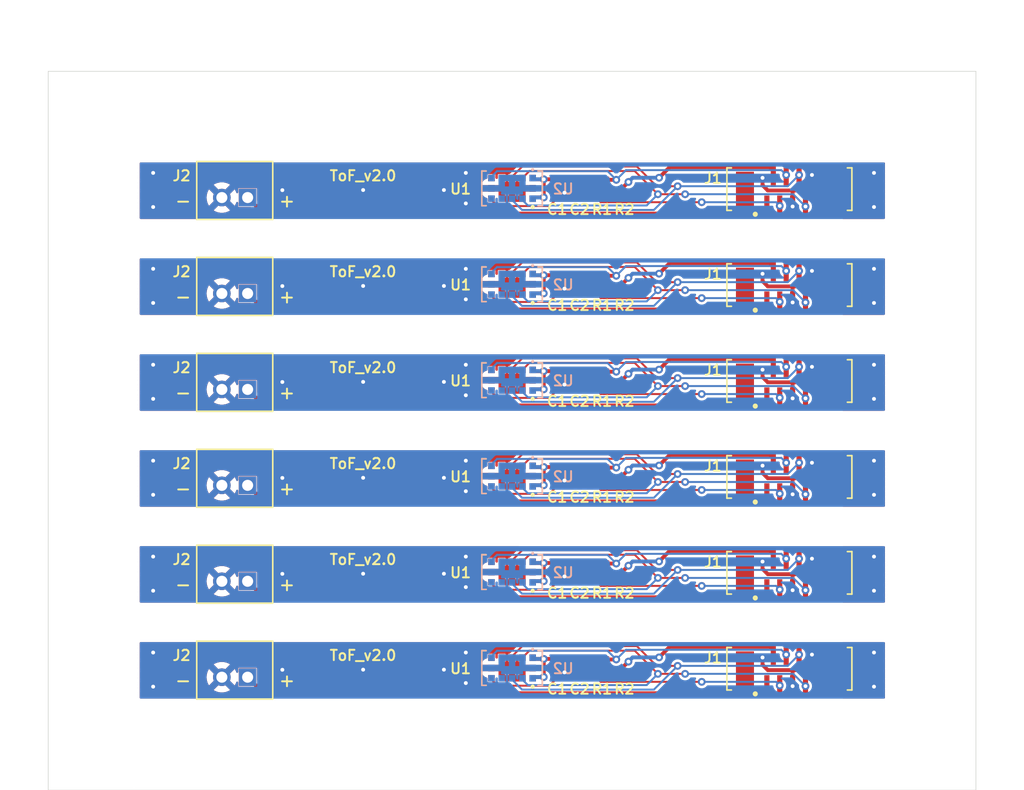
<source format=kicad_pcb>
(kicad_pcb (version 20221018) (generator pcbnew)
  (title_block (title "CC TOF") (date "2020-11-30") (rev "000"))
  (layers (0 "F.Cu" signal) (31 "B.Cu" signal) (34 "B.Paste" user) (35 "F.Paste" user) (36 "B.SilkS" user "B.Silkscreen") (37 "F.SilkS" user "F.Silkscreen") (38 "B.Mask" user) (39 "F.Mask" user) (44 "Edge.Cuts" user))
  (net 0 "")
  (net 1 "GND")
  (net 2 "V2.8")
  (net 3 "VBATT")
  (net 4 "XSHUT2")
  (net 5 "XSHUT1")
  (net 6 "SDA")
  (net 7 "SCL")
  (footprint "Mousebites:0.5mm-NPTH-Drill" (layer "F.Cu") (at 107.07 28.545)
    (fp_text reference "REF**" hide)
    (fp_text value "0.5mm-NPTH-Drill" hide)
  )
  (footprint "Mousebites:0.5mm-NPTH-Drill" (layer "F.Cu") (at 107.854 28.545)
    (fp_text reference "REF**" hide)
    (fp_text value "0.5mm-NPTH-Drill" hide)
  )
  (footprint "Mousebites:0.5mm-NPTH-Drill" (layer "F.Cu") (at 47.4 74.085 -90)
    (fp_text reference "REF**" hide)
    (fp_text value "0.5mm-NPTH-Drill" hide)
  )
  (footprint "Mousebites:0.5mm-NPTH-Drill" (layer "F.Cu") (at 47.4 75.945 -90)
    (fp_text reference "REF**" hide)
    (fp_text value "0.5mm-NPTH-Drill" hide)
  )
  (footprint "Mousebites:0.5mm-NPTH-Drill" (layer "F.Cu") (at 47.4 73.305 -90)
    (fp_text reference "REF**" hide)
    (fp_text value "0.5mm-NPTH-Drill" hide)
  )
  (footprint "Mousebites:0.5mm-NPTH-Drill" (layer "F.Cu") (at 47.4 74.865 -90)
    (fp_text reference "REF**" hide)
    (fp_text value "0.5mm-NPTH-Drill" hide)
  )
  (footprint "Mousebites:2MM_Stencil_Hole" (layer "F.Cu") (at 109.74 23.785)
    (fp_text reference "REF**" hide)
    (fp_text value "2MM_Stencil_Hole")
  )
  (footprint "Mousebites:2MM_Stencil_Hole" (layer "F.Cu") (at 43.74 73.61)
    (fp_text reference "REF**" hide)
    (fp_text value "2MM_Stencil_Hole")
  )
  (footprint "Mousebites:0.5mm-NPTH-Drill" (layer "F.Cu") (at 105.98 29.321 90)
    (fp_text reference "REF**" hide)
    (fp_text value "0.5mm-NPTH-Drill" hide)
  )
  (footprint "Mousebites:0.5mm-NPTH-Drill" (layer "F.Cu") (at 105.98 28.543 90)
    (fp_text reference "REF**" hide)
    (fp_text value "0.5mm-NPTH-Drill" hide)
  )
  (footprint "Mousebites:0.5mm-NPTH-Drill" (layer "F.Cu") (at 105.98 30.099 90)
    (fp_text reference "REF**" hide)
    (fp_text value "0.5mm-NPTH-Drill" hide)
  )
  (footprint "Mousebites:0.5mm-NPTH-Drill" (layer "F.Cu") (at 47.51 31.607 90)
    (fp_text reference "REF**" hide)
    (fp_text value "0.5mm-NPTH-Drill" hide)
  )
  (footprint "Mousebites:0.5mm-NPTH-Drill" (layer "F.Cu") (at 47.51 30.829 90)
    (fp_text reference "REF**" hide)
    (fp_text value "0.5mm-NPTH-Drill" hide)
  )
  (footprint "Mousebites:0.5mm-NPTH-Drill" (layer "F.Cu") (at 47.51 30.051 90)
    (fp_text reference "REF**" hide)
    (fp_text value "0.5mm-NPTH-Drill" hide)
  )
  (footprint "Mousebites:0.5mm-NPTH-Drill" (layer "F.Cu") (at 47.51 29.273 90)
    (fp_text reference "REF**" hide)
    (fp_text value "0.5mm-NPTH-Drill" hide)
  )
  (footprint "Mousebites:0.5mm-NPTH-Drill" (layer "F.Cu") (at 47.51 28.495 90)
    (fp_text reference "REF**" hide)
    (fp_text value "0.5mm-NPTH-Drill" hide)
  )
  (footprint "Mousebites:0.5mm-NPTH-Drill" (layer "F.Cu") (at 112.05 28.545)
    (fp_text reference "REF**" hide)
    (fp_text value "0.5mm-NPTH-Drill" hide)
  )
  (footprint "Mousebites:0.5mm-NPTH-Drill" (layer "F.Cu") (at 107.07 69.055)
    (fp_text reference "REF**" hide)
    (fp_text value "0.5mm-NPTH-Drill" hide)
  )
  (footprint "Mousebites:0.5mm-NPTH-Drill" (layer "F.Cu") (at 107.854 69.055)
    (fp_text reference "REF**" hide)
    (fp_text value "0.5mm-NPTH-Drill" hide)
  )
  (footprint "Mousebites:0.5mm-NPTH-Drill" (layer "F.Cu") (at 108.638 69.055)
    (fp_text reference "REF**" hide)
    (fp_text value "0.5mm-NPTH-Drill" hide)
  )
  (footprint "Mousebites:0.5mm-NPTH-Drill" (layer "F.Cu") (at 109.422 69.055)
    (fp_text reference "REF**" hide)
    (fp_text value "0.5mm-NPTH-Drill" hide)
  )
  (footprint "Mousebites:0.5mm-NPTH-Drill" (layer "F.Cu") (at 110.206 69.055)
    (fp_text reference "REF**" hide)
    (fp_text value "0.5mm-NPTH-Drill" hide)
  )
  (footprint "Mousebites:0.5mm-NPTH-Drill" (layer "F.Cu") (at 110.99 69.055)
    (fp_text reference "REF**" hide)
    (fp_text value "0.5mm-NPTH-Drill" hide)
  )
  (footprint "Mousebites:0.5mm-NPTH-Drill" (layer "F.Cu") (at 112.05 69.055)
    (fp_text reference "REF**" hide)
    (fp_text value "0.5mm-NPTH-Drill" hide)
  )
  (footprint "Mousebites:0.5mm-NPTH-Drill" (layer "F.Cu") (at 46.44 28.505 180)
    (fp_text reference "REF**" hide)
    (fp_text value "0.5mm-NPTH-Drill" hide)
  )
  (footprint "Mousebites:0.5mm-NPTH-Drill" (layer "F.Cu") (at 45.656 28.505 180)
    (fp_text reference "REF**" hide)
    (fp_text value "0.5mm-NPTH-Drill" hide)
  )
  (footprint "Mousebites:0.5mm-NPTH-Drill" (layer "F.Cu") (at 44.872 28.505 180)
    (fp_text reference "REF**" hide)
    (fp_text value "0.5mm-NPTH-Drill" hide)
  )
  (footprint "Mousebites:0.5mm-NPTH-Drill" (layer "F.Cu") (at 44.088 28.505 180)
    (fp_text reference "REF**" hide)
    (fp_text value "0.5mm-NPTH-Drill" hide)
  )
  (footprint "Mousebites:0.5mm-NPTH-Drill" (layer "F.Cu") (at 42.52 28.505 180)
    (fp_text reference "REF**" hide)
    (fp_text value "0.5mm-NPTH-Drill" hide)
  )
  (footprint "Mousebites:0.5mm-NPTH-Drill" (layer "F.Cu") (at 43.304 28.505 180)
    (fp_text reference "REF**" hide)
    (fp_text value "0.5mm-NPTH-Drill" hide)
  )
  (footprint "Mousebites:0.5mm-NPTH-Drill" (layer "F.Cu") (at 41.46 28.505 180)
    (fp_text reference "REF**" hide)
    (fp_text value "0.5mm-NPTH-Drill" hide)
  )
  (footprint "Mousebites:0.5mm-NPTH-Drill" (layer "F.Cu") (at 47.51 39.057 90)
    (fp_text reference "REF**" hide)
    (fp_text value "0.5mm-NPTH-Drill" hide)
  )
  (footprint "Mousebites:0.5mm-NPTH-Drill" (layer "F.Cu") (at 47.51 46.507 90)
    (fp_text reference "REF**" hide)
    (fp_text value "0.5mm-NPTH-Drill" hide)
  )
  (footprint "Mousebites:0.5mm-NPTH-Drill" (layer "F.Cu") (at 47.51 53.957 90)
    (fp_text reference "REF**" hide)
    (fp_text value "0.5mm-NPTH-Drill" hide)
  )
  (footprint "Mousebites:0.5mm-NPTH-Drill" (layer "F.Cu") (at 47.51 61.407 90)
    (fp_text reference "REF**" hide)
    (fp_text value "0.5mm-NPTH-Drill" hide)
  )
  (footprint "Mousebites:0.5mm-NPTH-Drill" (layer "F.Cu") (at 47.51 68.857 90)
    (fp_text reference "REF**" hide)
    (fp_text value "0.5mm-NPTH-Drill" hide)
  )
  (footprint "Mousebites:0.5mm-NPTH-Drill" (layer "F.Cu") (at 105.98 35.993 90)
    (fp_text reference "REF**" hide)
    (fp_text value "0.5mm-NPTH-Drill" hide)
  )
  (footprint "Mousebites:0.5mm-NPTH-Drill" (layer "F.Cu") (at 105.98 43.443 90)
    (fp_text reference "REF**" hide)
    (fp_text value "0.5mm-NPTH-Drill" hide)
  )
  (footprint "Mousebites:0.5mm-NPTH-Drill" (layer "F.Cu") (at 105.98 50.893 90)
    (fp_text reference "REF**" hide)
    (fp_text value "0.5mm-NPTH-Drill" hide)
  )
  (footprint "Mousebites:0.5mm-NPTH-Drill" (layer "F.Cu") (at 105.98 58.343 90)
    (fp_text reference "REF**" hide)
    (fp_text value "0.5mm-NPTH-Drill" hide)
  )
  (footprint "Mousebites:0.5mm-NPTH-Drill" (layer "F.Cu") (at 105.98 65.793 90)
    (fp_text reference "REF**" hide)
    (fp_text value "0.5mm-NPTH-Drill" hide)
  )
  (footprint "Mousebites:0.5mm-NPTH-Drill" (layer "F.Cu") (at 47.51 37.501 90)
    (fp_text reference "REF**" hide)
    (fp_text value "0.5mm-NPTH-Drill" hide)
  )
  (footprint "Mousebites:0.5mm-NPTH-Drill" (layer "F.Cu") (at 47.51 44.951 90)
    (fp_text reference "REF**" hide)
    (fp_text value "0.5mm-NPTH-Drill" hide)
  )
  (footprint "Mousebites:0.5mm-NPTH-Drill" (layer "F.Cu") (at 47.51 52.401 90)
    (fp_text reference "REF**" hide)
    (fp_text value "0.5mm-NPTH-Drill" hide)
  )
  (footprint "Mousebites:0.5mm-NPTH-Drill" (layer "F.Cu") (at 47.51 59.851 90)
    (fp_text reference "REF**" hide)
    (fp_text value "0.5mm-NPTH-Drill" hide)
  )
  (footprint "Mousebites:0.5mm-NPTH-Drill" (layer "F.Cu") (at 47.51 67.301 90)
    (fp_text reference "REF**" hide)
    (fp_text value "0.5mm-NPTH-Drill" hide)
  )
  (footprint "Mousebites:0.5mm-NPTH-Drill" (layer "F.Cu") (at 105.98 38.327 90)
    (fp_text reference "REF**" hide)
    (fp_text value "0.5mm-NPTH-Drill" hide)
  )
  (footprint "Mousebites:0.5mm-NPTH-Drill" (layer "F.Cu") (at 105.98 45.777 90)
    (fp_text reference "REF**" hide)
    (fp_text value "0.5mm-NPTH-Drill" hide)
  )
  (footprint "Mousebites:0.5mm-NPTH-Drill" (layer "F.Cu") (at 105.98 53.227 90)
    (fp_text reference "REF**" hide)
    (fp_text value "0.5mm-NPTH-Drill" hide)
  )
  (footprint "Mousebites:0.5mm-NPTH-Drill" (layer "F.Cu") (at 105.98 60.677 90)
    (fp_text reference "REF**" hide)
    (fp_text value "0.5mm-NPTH-Drill" hide)
  )
  (footprint "Mousebites:0.5mm-NPTH-Drill" (layer "F.Cu") (at 105.98 68.127 90)
    (fp_text reference "REF**" hide)
    (fp_text value "0.5mm-NPTH-Drill" hide)
  )
  (footprint "Mousebites:0.5mm-NPTH-Drill" (layer "F.Cu") (at 47.51 36.723 90)
    (fp_text reference "REF**" hide)
    (fp_text value "0.5mm-NPTH-Drill" hide)
  )
  (footprint "Mousebites:0.5mm-NPTH-Drill" (layer "F.Cu") (at 47.51 44.173 90)
    (fp_text reference "REF**" hide)
    (fp_text value "0.5mm-NPTH-Drill" hide)
  )
  (footprint "Mousebites:0.5mm-NPTH-Drill" (layer "F.Cu") (at 47.51 51.623 90)
    (fp_text reference "REF**" hide)
    (fp_text value "0.5mm-NPTH-Drill" hide)
  )
  (footprint "Mousebites:0.5mm-NPTH-Drill" (layer "F.Cu") (at 47.51 59.073 90)
    (fp_text reference "REF**" hide)
    (fp_text value "0.5mm-NPTH-Drill" hide)
  )
  (footprint "Mousebites:0.5mm-NPTH-Drill" (layer "F.Cu") (at 47.51 66.523 90)
    (fp_text reference "REF**" hide)
    (fp_text value "0.5mm-NPTH-Drill" hide)
  )
  (footprint "Mousebites:0.5mm-NPTH-Drill" (layer "F.Cu") (at 105.98 39.105 90)
    (fp_text reference "REF**" hide)
    (fp_text value "0.5mm-NPTH-Drill" hide)
  )
  (footprint "Mousebites:0.5mm-NPTH-Drill" (layer "F.Cu") (at 105.98 46.555 90)
    (fp_text reference "REF**" hide)
    (fp_text value "0.5mm-NPTH-Drill" hide)
  )
  (footprint "Mousebites:0.5mm-NPTH-Drill" (layer "F.Cu") (at 105.98 54.005 90)
    (fp_text reference "REF**" hide)
    (fp_text value "0.5mm-NPTH-Drill" hide)
  )
  (footprint "Mousebites:0.5mm-NPTH-Drill" (layer "F.Cu") (at 105.98 61.455 90)
    (fp_text reference "REF**" hide)
    (fp_text value "0.5mm-NPTH-Drill" hide)
  )
  (footprint "Mousebites:0.5mm-NPTH-Drill" (layer "F.Cu") (at 105.98 68.905 90)
    (fp_text reference "REF**" hide)
    (fp_text value "0.5mm-NPTH-Drill" hide)
  )
  (footprint "Mousebites:0.5mm-NPTH-Drill" (layer "F.Cu") (at 105.98 37.549 90)
    (fp_text reference "REF**" hide)
    (fp_text value "0.5mm-NPTH-Drill" hide)
  )
  (footprint "Mousebites:0.5mm-NPTH-Drill" (layer "F.Cu") (at 105.98 44.999 90)
    (fp_text reference "REF**" hide)
    (fp_text value "0.5mm-NPTH-Drill" hide)
  )
  (footprint "Mousebites:0.5mm-NPTH-Drill" (layer "F.Cu") (at 105.98 52.449 90)
    (fp_text reference "REF**" hide)
    (fp_text value "0.5mm-NPTH-Drill" hide)
  )
  (footprint "Mousebites:0.5mm-NPTH-Drill" (layer "F.Cu") (at 105.98 59.899 90)
    (fp_text reference "REF**" hide)
    (fp_text value "0.5mm-NPTH-Drill" hide)
  )
  (footprint "Mousebites:0.5mm-NPTH-Drill" (layer "F.Cu") (at 105.98 67.349 90)
    (fp_text reference "REF**" hide)
    (fp_text value "0.5mm-NPTH-Drill" hide)
  )
  (footprint "Mousebites:0.5mm-NPTH-Drill" (layer "F.Cu") (at 105.98 36.771 90)
    (fp_text reference "REF**" hide)
    (fp_text value "0.5mm-NPTH-Drill" hide)
  )
  (footprint "Mousebites:0.5mm-NPTH-Drill" (layer "F.Cu") (at 105.98 44.221 90)
    (fp_text reference "REF**" hide)
    (fp_text value "0.5mm-NPTH-Drill" hide)
  )
  (footprint "Mousebites:0.5mm-NPTH-Drill" (layer "F.Cu") (at 105.98 51.671 90)
    (fp_text reference "REF**" hide)
    (fp_text value "0.5mm-NPTH-Drill" hide)
  )
  (footprint "Mousebites:0.5mm-NPTH-Drill" (layer "F.Cu") (at 105.98 59.121 90)
    (fp_text reference "REF**" hide)
    (fp_text value "0.5mm-NPTH-Drill" hide)
  )
  (footprint "Mousebites:0.5mm-NPTH-Drill" (layer "F.Cu") (at 105.98 66.571 90)
    (fp_text reference "REF**" hide)
    (fp_text value "0.5mm-NPTH-Drill" hide)
  )
  (footprint "Mousebites:0.5mm-NPTH-Drill" (layer "F.Cu") (at 47.51 35.945 90)
    (fp_text reference "REF**" hide)
    (fp_text value "0.5mm-NPTH-Drill" hide)
  )
  (footprint "Mousebites:0.5mm-NPTH-Drill" (layer "F.Cu") (at 47.51 43.395 90)
    (fp_text reference "REF**" hide)
    (fp_text value "0.5mm-NPTH-Drill" hide)
  )
  (footprint "Mousebites:0.5mm-NPTH-Drill" (layer "F.Cu") (at 47.51 50.845 90)
    (fp_text reference "REF**" hide)
    (fp_text value "0.5mm-NPTH-Drill" hide)
  )
  (footprint "Mousebites:0.5mm-NPTH-Drill" (layer "F.Cu") (at 47.51 58.295 90)
    (fp_text reference "REF**" hide)
    (fp_text value "0.5mm-NPTH-Drill" hide)
  )
  (footprint "Mousebites:0.5mm-NPTH-Drill" (layer "F.Cu") (at 47.51 65.745 90)
    (fp_text reference "REF**" hide)
    (fp_text value "0.5mm-NPTH-Drill" hide)
  )
  (footprint "Mousebites:0.5mm-NPTH-Drill" (layer "F.Cu") (at 47.51 38.279 90)
    (fp_text reference "REF**" hide)
    (fp_text value "0.5mm-NPTH-Drill" hide)
  )
  (footprint "Mousebites:0.5mm-NPTH-Drill" (layer "F.Cu") (at 47.51 45.729 90)
    (fp_text reference "REF**" hide)
    (fp_text value "0.5mm-NPTH-Drill" hide)
  )
  (footprint "Mousebites:0.5mm-NPTH-Drill" (layer "F.Cu") (at 47.51 53.179 90)
    (fp_text reference "REF**" hide)
    (fp_text value "0.5mm-NPTH-Drill" hide)
  )
  (footprint "Mousebites:0.5mm-NPTH-Drill" (layer "F.Cu") (at 47.51 60.629 90)
    (fp_text reference "REF**" hide)
    (fp_text value "0.5mm-NPTH-Drill" hide)
  )
  (footprint "Mousebites:0.5mm-NPTH-Drill" (layer "F.Cu") (at 47.51 68.079 90)
    (fp_text reference "REF**" hide)
    (fp_text value "0.5mm-NPTH-Drill" hide)
  )
  (footprint "B2B-PH-K-S_LF_SN:B2B-PH-K-S_LF_SN" (layer "F.Cu") (at 55.215 67.29)
    (fp_text reference "J2")
    (fp_text value "B2B-PH-K-S(LF)(SN)")
  )
  (footprint "Stackpole_Res_0402:Stackpole_Res_0402" (layer "F.Cu") (at 82.77 59.48 90)
    (fp_text reference "R1")
    (fp_text value "10k")
  )
  (footprint "VL53L4CDV0DH1:VL53L4CDV0DH" (layer "F.Cu") (at 76.74 67.125 -90)
    (fp_text reference "U1")
    (fp_text value "VL53L4CDV0DH_1" hide)
  )
  (footprint "TE_1734742-8:TE_1734742-8" (layer "F.Cu") (at 98.265 30.035)
    (fp_text reference "J1")
    (fp_text value "1734742-8")
  )
  (footprint "Stackpole_Res_0402:Stackpole_Res_0402" (layer "F.Cu") (at 83.98 44.57 -90)
    (fp_text reference "R2")
    (fp_text value "10k")
  )
  (footprint "Stackpole_Res_0402:Stackpole_Res_0402" (layer "F.Cu") (at 83.98 29.67 -90)
    (fp_text reference "R2")
    (fp_text value "10k")
  )
  (footprint "Stackpole_Res_0402:Stackpole_Res_0402" (layer "F.Cu") (at 83.98 52.02 -90)
    (fp_text reference "R2")
    (fp_text value "10k")
  )
  (footprint "Stackpole_Res_0402:Stackpole_Res_0402" (layer "F.Cu") (at 82.77 52.03 90)
    (fp_text reference "R1")
    (fp_text value "10k")
  )
  (footprint "Mousebites:0.5mm-NPTH-Drill" (layer "F.Cu") (at 105.8 74.045 -90)
    (fp_text reference "REF**" hide)
    (fp_text value "0.5mm-NPTH-Drill" hide)
  )
  (footprint "Mousebites:0.5mm-NPTH-Drill" (layer "F.Cu") (at 109.422 28.545)
    (fp_text reference "REF**" hide)
    (fp_text value "0.5mm-NPTH-Drill" hide)
  )
  (footprint "B2B-PH-K-S_LF_SN:B2B-PH-K-S_LF_SN" (layer "F.Cu") (at 55.215 59.84)
    (fp_text reference "J2")
    (fp_text value "B2B-PH-K-S(LF)(SN)")
  )
  (footprint "Capacitor_Taiyo_Yuden_0402:Capacitor_Taiyo_Yuden_0402" (layer "F.Cu") (at 81.56 37.175 -90)
    (fp_text reference "C2")
    (fp_text value "4.7uF" hide)
  )
  (footprint "Mousebites:0.5mm-NPTH-Drill" (layer "F.Cu") (at 105.8 21.545 90)
    (fp_text reference "REF**" hide)
    (fp_text value "0.5mm-NPTH-Drill" hide)
  )
  (footprint "Capacitor_Taiyo_Yuden_0402:Capacitor_Taiyo_Yuden_0402" (layer "F.Cu") (at 81.56 66.975 -90)
    (fp_text reference "C2")
    (fp_text value "4.7uF" hide)
  )
  (footprint "Mousebites:0.5mm-NPTH-Drill" (layer "F.Cu") (at 47.4 23.445 90)
    (fp_text reference "REF**" hide)
    (fp_text value "0.5mm-NPTH-Drill" hide)
  )
  (footprint "Mousebites:0.5mm-NPTH-Drill" (layer "F.Cu") (at 105.8 22.625 90)
    (fp_text reference "REF**" hide)
    (fp_text value "0.5mm-NPTH-Drill" hide)
  )
  (footprint "Mousebites:0.5mm-NPTH-Drill" (layer "F.Cu") (at 110.99 28.545)
    (fp_text reference "REF**" hide)
    (fp_text value "0.5mm-NPTH-Drill" hide)
  )
  (footprint "Mousebites:0.5mm-NPTH-Drill" (layer "F.Cu") (at 41.49 69.035 180)
    (fp_text reference "REF**" hide)
    (fp_text value "0.5mm-NPTH-Drill" hide)
  )
  (footprint "Capacitor_Taiyo_Yuden_0402:Capacitor_Taiyo_Yuden_0402" (layer "F.Cu") (at 81.56 59.525 -90)
    (fp_text reference "C2")
    (fp_text value "4.7uF" hide)
  )
  (footprint "Capacitor_Taiyo_Yuden_0402:Capacitor_Taiyo_Yuden_0402" (layer "F.Cu") (at 80.07 52.075 -90)
    (fp_text reference "C1")
    (fp_text value "0.1uF" hide)
  )
  (footprint "Mousebites:0.5mm-NPTH-Drill" (layer "F.Cu") (at 44.902 69.035 180)
    (fp_text reference "REF**" hide)
    (fp_text value "0.5mm-NPTH-Drill" hide)
  )
  (footprint "B2B-PH-K-S_LF_SN:B2B-PH-K-S_LF_SN" (layer "F.Cu") (at 55.215 37.49)
    (fp_text reference "J2")
    (fp_text value "B2B-PH-K-S(LF)(SN)")
  )
  (footprint "Stackpole_Res_0402:Stackpole_Res_0402" (layer "F.Cu") (at 83.98 59.47 -90)
    (fp_text reference "R2")
    (fp_text value "10k")
  )
  (footprint "VL53L4CDV0DH1:VL53L4CDV0DH" (layer "F.Cu") (at 76.74 44.775 -90)
    (fp_text reference "U1")
    (fp_text value "VL53L4CDV0DH_1" hide)
  )
  (footprint "Stackpole_Res_0402:Stackpole_Res_0402" (layer "F.Cu") (at 82.77 44.58 90)
    (fp_text reference "R1")
    (fp_text value "10k")
  )
  (footprint "Mousebites:0.5mm-NPTH-Drill" (layer "F.Cu") (at 105.8 73.265 -90)
    (fp_text reference "REF**" hide)
    (fp_text value "0.5mm-NPTH-Drill" hide)
  )
  (footprint "Mousebites:0.5mm-NPTH-Drill" (layer "F.Cu") (at 47.4 21.585 90)
    (fp_text reference "REF**" hide)
    (fp_text value "0.5mm-NPTH-Drill" hide)
  )
  (footprint "Mousebites:0.5mm-NPTH-Drill" (layer "F.Cu") (at 108.638 28.545)
    (fp_text reference "REF**" hide)
    (fp_text value "0.5mm-NPTH-Drill" hide)
  )
  (footprint "Capacitor_Taiyo_Yuden_0402:Capacitor_Taiyo_Yuden_0402" (layer "F.Cu") (at 81.56 44.625 -90)
    (fp_text reference "C2")
    (fp_text value "4.7uF" hide)
  )
  (footprint "Mousebites:0.5mm-NPTH-Drill" (layer "F.Cu") (at 42.55 69.035 180)
    (fp_text reference "REF**" hide)
    (fp_text value "0.5mm-NPTH-Drill" hide)
  )
  (footprint "TE_1734742-8:TE_1734742-8" (layer "F.Cu") (at 98.265 52.385)
    (fp_text reference "J1")
    (fp_text value "1734742-8")
  )
  (footprint "B2B-PH-K-S_LF_SN:B2B-PH-K-S_LF_SN" (layer "F.Cu") (at 55.215 30.04)
    (fp_text reference "J2")
    (fp_text value "B2B-PH-K-S(LF)(SN)")
  )
  (footprint "Mousebites:0.5mm-NPTH-Drill" (layer "F.Cu") (at 46.47 69.035 180)
    (fp_text reference "REF**" hide)
    (fp_text value "0.5mm-NPTH-Drill" hide)
  )
  (footprint "Mousebites:0.5mm-NPTH-Drill" (layer "F.Cu") (at 105.98 31.655 90)
    (fp_text reference "REF**" hide)
    (fp_text value "0.5mm-NPTH-Drill" hide)
  )
  (footprint "VL53L4CDV0DH1:VL53L4CDV0DH" (layer "F.Cu") (at 76.74 29.875 -90)
    (fp_text reference "U1")
    (fp_text value "VL53L4CDV0DH_1" hide)
  )
  (footprint "TE_1734742-8:TE_1734742-8" (layer "F.Cu") (at 98.265 67.285)
    (fp_text reference "J1")
    (fp_text value "1734742-8")
  )
  (footprint "TE_1734742-8:TE_1734742-8" (layer "F.Cu") (at 98.265 59.835)
    (fp_text reference "J1")
    (fp_text value "1734742-8")
  )
  (footprint "Capacitor_Taiyo_Yuden_0402:Capacitor_Taiyo_Yuden_0402" (layer "F.Cu") (at 80.07 59.525 -90)
    (fp_text reference "C1")
    (fp_text value "0.1uF" hide)
  )
  (footprint "Mousebites:0.5mm-NPTH-Drill" (layer "F.Cu") (at 45.686 69.035 180)
    (fp_text reference "REF**" hide)
    (fp_text value "0.5mm-NPTH-Drill" hide)
  )
  (footprint "Stackpole_Res_0402:Stackpole_Res_0402" (layer "F.Cu") (at 82.77 66.93 90)
    (fp_text reference "R1")
    (fp_text value "10k")
  )
  (footprint "Capacitor_Taiyo_Yuden_0402:Capacitor_Taiyo_Yuden_0402" (layer "F.Cu") (at 81.56 29.725 -90)
    (fp_text reference "C2")
    (fp_text value "4.7uF" hide)
  )
  (footprint "VL53L4CDV0DH1:VL53L4CDV0DH" (layer "F.Cu") (at 76.74 37.325 -90)
    (fp_text reference "U1")
    (fp_text value "VL53L4CDV0DH_1" hide)
  )
  (footprint "TE_1734742-8:TE_1734742-8" (layer "F.Cu") (at 98.265 37.485)
    (fp_text reference "J1")
    (fp_text value "1734742-8")
  )
  (footprint "Stackpole_Res_0402:Stackpole_Res_0402" (layer "F.Cu") (at 83.98 66.92 -90)
    (fp_text reference "R2")
    (fp_text value "10k")
  )
  (footprint "Mousebites:0.5mm-NPTH-Drill" (layer "F.Cu") (at 105.8 23.405 90)
    (fp_text reference "REF**" hide)
    (fp_text value "0.5mm-NPTH-Drill" hide)
  )
  (footprint "Mousebites:0.5mm-NPTH-Drill" (layer "F.Cu") (at 44.118 69.035 180)
    (fp_text reference "REF**" hide)
    (fp_text value "0.5mm-NPTH-Drill" hide)
  )
  (footprint "Mousebites:0.5mm-NPTH-Drill" (layer "F.Cu") (at 105.98 30.877 90)
    (fp_text reference "REF**" hide)
    (fp_text value "0.5mm-NPTH-Drill" hide)
  )
  (footprint "Capacitor_Taiyo_Yuden_0402:Capacitor_Taiyo_Yuden_0402" (layer "F.Cu") (at 80.07 44.625 -90)
    (fp_text reference "C1")
    (fp_text value "0.1uF" hide)
  )
  (footprint "Mousebites:0.5mm-NPTH-Drill" (layer "F.Cu") (at 47.4 22.665 90)
    (fp_text reference "REF**" hide)
    (fp_text value "0.5mm-NPTH-Drill" hide)
  )
  (footprint "TE_1734742-8:TE_1734742-8" (layer "F.Cu") (at 98.265 44.935)
    (fp_text reference "J1")
    (fp_text value "1734742-8")
  )
  (footprint "Stackpole_Res_0402:Stackpole_Res_0402" (layer "F.Cu") (at 83.98 37.12 -90)
    (fp_text reference "R2")
    (fp_text value "10k")
  )
  (footprint "Mousebites:0.5mm-NPTH-Drill" (layer "F.Cu") (at 43.334 69.035 180)
    (fp_text reference "REF**" hide)
    (fp_text value "0.5mm-NPTH-Drill" hide)
  )
  (footprint "Mousebites:0.5mm-NPTH-Drill" (layer "F.Cu") (at 110.206 28.545)
    (fp_text reference "REF**" hide)
    (fp_text value "0.5mm-NPTH-Drill" hide)
  )
  (footprint "Mousebites:0.5mm-NPTH-Drill" (layer "F.Cu") (at 105.8 24.185 90)
    (fp_text reference "REF**" hide)
    (fp_text value "0.5mm-NPTH-Drill" hide)
  )
  (footprint "Mousebites:0.5mm-NPTH-Drill" (layer "F.Cu") (at 105.8 75.905 -90)
    (fp_text reference "REF**" hide)
    (fp_text value "0.5mm-NPTH-Drill" hide)
  )
  (footprint "Stackpole_Res_0402:Stackpole_Res_0402" (layer "F.Cu") (at 82.77 29.68 90)
    (fp_text reference "R1")
    (fp_text value "10k")
  )
  (footprint "VL53L4CDV0DH1:VL53L4CDV0DH" (layer "F.Cu") (at 76.74 52.225 -90)
    (fp_text reference "U1")
    (fp_text value "VL53L4CDV0DH_1" hide)
  )
  (footprint "Capacitor_Taiyo_Yuden_0402:Capacitor_Taiyo_Yuden_0402" (layer "F.Cu") (at 80.07 37.175 -90)
    (fp_text reference "C1")
    (fp_text value "0.1uF" hide)
  )
  (footprint "Stackpole_Res_0402:Stackpole_Res_0402" (layer "F.Cu") (at 82.77 37.13 90)
    (fp_text reference "R1")
    (fp_text value "10k")
  )
  (footprint "Mousebites:0.5mm-NPTH-Drill" (layer "F.Cu") (at 47.4 24.225 90)
    (fp_text reference "REF**" hide)
    (fp_text value "0.5mm-NPTH-Drill" hide)
  )
  (footprint "Capacitor_Taiyo_Yuden_0402:Capacitor_Taiyo_Yuden_0402" (layer "F.Cu") (at 80.07 29.725 -90)
    (fp_text reference "C1")
    (fp_text value "0.1uF" hide)
  )
  (footprint "Mousebites:0.5mm-NPTH-Drill" (layer "F.Cu") (at 105.8 74.825 -90)
    (fp_text reference "REF**" hide)
    (fp_text value "0.5mm-NPTH-Drill" hide)
  )
  (footprint "B2B-PH-K-S_LF_SN:B2B-PH-K-S_LF_SN" (layer "F.Cu") (at 55.215 52.39)
    (fp_text reference "J2")
    (fp_text value "B2B-PH-K-S(LF)(SN)")
  )
  (footprint "B2B-PH-K-S_LF_SN:B2B-PH-K-S_LF_SN" (layer "F.Cu") (at 55.215 44.94)
    (fp_text reference "J2")
    (fp_text value "B2B-PH-K-S(LF)(SN)")
  )
  (footprint "Capacitor_Taiyo_Yuden_0402:Capacitor_Taiyo_Yuden_0402" (layer "F.Cu") (at 81.56 52.075 -90)
    (fp_text reference "C2")
    (fp_text value "4.7uF" hide)
  )
  (footprint "Capacitor_Taiyo_Yuden_0402:Capacitor_Taiyo_Yuden_0402" (layer "F.Cu") (at 80.07 66.975 -90)
    (fp_text reference "C1")
    (fp_text value "0.1uF" hide)
  )
  (footprint "VL53L4CDV0DH1:VL53L4CDV0DH" (layer "F.Cu") (at 76.74 59.675 -90)
    (fp_text reference "U1")
    (fp_text value "VL53L4CDV0DH_1" hide)
  )
  (footprint "VL53L4CXV0DH1:VL53L4CXV0DH" (layer "B.Cu") (at 76.74 52.225 -90)
    (fp_text reference "U2")
    (fp_text value "VL53L4CXV0DH_1" hide)
  )
  (footprint "VL53L4CXV0DH1:VL53L4CXV0DH" (layer "B.Cu") (at 76.74 29.875 -90)
    (fp_text reference "U2")
    (fp_text value "VL53L4CXV0DH_1" hide)
  )
  (footprint "VL53L4CXV0DH1:VL53L4CXV0DH" (layer "B.Cu") (at 76.74 37.325 -90)
    (fp_text reference "U2")
    (fp_text value "VL53L4CXV0DH_1" hide)
  )
  (footprint "VL53L4CXV0DH1:VL53L4CXV0DH" (layer "B.Cu") (at 76.74 67.125 -90)
    (fp_text reference "U2")
    (fp_text value "VL53L4CXV0DH_1" hide)
  )
  (footprint "VL53L4CXV0DH1:VL53L4CXV0DH" (layer "B.Cu") (at 76.74 44.775 -90)
    (fp_text reference "U2")
    (fp_text value "VL53L4CXV0DH_1" hide)
  )
  (footprint "VL53L4CXV0DH1:VL53L4CXV0DH" (layer "B.Cu") (at 76.74 59.675 -90)
    (fp_text reference "U2")
    (fp_text value "VL53L4CXV0DH_1" hide)
  )
  (gr_line (start 112.74 76.61) (end 112.74 20.785) (stroke (width 0.05)) (layer "Edge.Cuts"))
  (gr_line (start 40.74 76.61) (end 40.74 20.785) (stroke (width 0.05)) (layer "Edge.Cuts"))
  (gr_line (start 112.74 76.61) (end 40.74 76.61) (stroke (width 0.05)) (layer "Edge.Cuts"))
  (gr_line (start 40.74 20.785) (end 112.74 20.785) (stroke (width 0.05)) (layer "Edge.Cuts"))
  (gr_text "ToF_v2.0" (at 65.17 66.15) (layer "F.SilkS") (effects (font (size 0.8 0.8))))
  (gr_text "-" (at 51.21 45.735) (layer "F.SilkS") (effects (font (size 1 1))))
  (gr_text "ToF_v2.0" (at 65.17 43.8) (layer "F.SilkS") (effects (font (size 0.8 0.8))))
  (gr_text "ToF_v2.0" (at 65.17 28.9) (layer "F.SilkS") (effects (font (size 0.8 0.8))))
  (gr_text "ToF_v2.0" (at 65.17 36.35) (layer "F.SilkS") (effects (font (size 0.8 0.8))))
  (gr_text "+" (at 59.27 53.185) (layer "F.SilkS") (effects (font (size 1 1))))
  (gr_text "+" (at 59.27 30.835) (layer "F.SilkS") (effects (font (size 1 1))))
  (gr_text "-" (at 51.21 68.085) (layer "F.SilkS") (effects (font (size 1 1))))
  (gr_text "-" (at 51.21 38.285) (layer "F.SilkS") (effects (font (size 1 1))))
  (gr_text "ToF_v2.0" (at 65.17 58.7) (layer "F.SilkS") (effects (font (size 0.8 0.8))))
  (gr_text "+" (at 59.27 38.285) (layer "F.SilkS") (effects (font (size 1 1))))
  (gr_text "+" (at 59.27 45.735) (layer "F.SilkS") (effects (font (size 1 1))))
  (gr_text "-" (at 51.21 53.185) (layer "F.SilkS") (effects (font (size 1 1))))
  (gr_text "-" (at 51.21 30.835) (layer "F.SilkS") (effects (font (size 1 1))))
  (gr_text "-" (at 51.21 60.635) (layer "F.SilkS") (effects (font (size 1 1))))
  (gr_text "ToF_v2.0" (at 65.17 51.25) (layer "F.SilkS") (effects (font (size 0.8 0.8))))
  (gr_text "+" (at 59.27 60.635) (layer "F.SilkS") (effects (font (size 1 1))))
  (gr_text "+" (at 59.27 68.085) (layer "F.SilkS") (effects (font (size 1 1))))
  (segment (start 98.515 68.485) (end 98.515 67.295) (width 0.3) (layer "F.Cu") (net 1))
  (segment (start 98.515 53.585) (end 98.515 52.395) (width 0.3) (layer "F.Cu") (net 1))
  (segment (start 75.1398 52.225) (end 78.3402 52.225) (width 0.3) (layer "F.Cu") (net 1))
  (segment (start 100.015 66.775) (end 100.015 66.085) (width 0.3) (layer "F.Cu") (net 1))
  (segment (start 75.9399 53.0251) (end 75.9399 52.225) (width 0.3) (layer "F.Cu") (net 1))
  (segment (start 99.5 67.29) (end 100.015 66.775) (width 0.3) (layer "F.Cu") (net 1))
  (segment (start 75.9399 38.1251) (end 75.9399 37.325) (width 0.3) (layer "F.Cu") (net 1))
  (segment (start 96.18 44.530002) (end 96.589998 44.94) (width 0.3) (layer "F.Cu") (net 1))
  (segment (start 100.015 59.325) (end 100.015 58.635) (width 0.3) (layer "F.Cu") (net 1))
  (segment (start 96.589998 59.84) (end 99.5 59.84) (width 0.3) (layer "F.Cu") (net 1))
  (segment (start 100.015 29.525) (end 100.015 28.835) (width 0.3) (layer "F.Cu") (net 1))
  (segment (start 77.5401 38.1251) (end 77.5401 37.325) (width 0.3) (layer "F.Cu") (net 1))
  (segment (start 100.015 51.875) (end 100.015 51.185) (width 0.3) (layer "F.Cu") (net 1))
  (segment (start 98.515 46.135) (end 98.515 44.945) (width 0.3) (layer "F.Cu") (net 1))
  (segment (start 80.804984 67.465) (end 80.804992 67.465008) (width 0.3) (layer "F.Cu") (net 1))
  (segment (start 80.805 45.115) (end 80.804992 45.115008) (width 0.3) (layer "F.Cu") (net 1))
  (segment (start 96.18 43.96) (end 96.18 44.530002) (width 0.3) (layer "F.Cu") (net 1))
  (segment (start 75.1398 44.775) (end 78.3402 44.775) (width 0.3) (layer "F.Cu") (net 1))
  (segment (start 96.18 66.880002) (end 96.589998 67.29) (width 0.3) (layer "F.Cu") (net 1))
  (segment (start 81.56 45.115) (end 80.805 45.115) (width 0.3) (layer "F.Cu") (net 1))
  (segment (start 96.18 29.06) (end 96.18 29.630002) (width 0.3) (layer "F.Cu") (net 1))
  (segment (start 99.5 52.39) (end 100.015 51.875) (width 0.3) (layer "F.Cu") (net 1))
  (segment (start 96.589998 30.04) (end 99.5 30.04) (width 0.3) (layer "F.Cu") (net 1))
  (segment (start 76.74 67.9251) (end 76.74 67.125) (width 0.3) (layer "F.Cu") (net 1))
  (segment (start 99.5 37.49) (end 100.015 36.975) (width 0.3) (layer "F.Cu") (net 1))
  (segment (start 96.18 37.080002) (end 96.589998 37.49) (width 0.3) (layer "F.Cu") (net 1))
  (segment (start 80.805 52.565) (end 80.804992 52.565008) (width 0.3) (layer "F.Cu") (net 1))
  (segment (start 81.56 60.015) (end 80.805 60.015) (width 0.3) (layer "F.Cu") (net 1))
  (segment (start 96.589998 52.39) (end 99.5 52.39) (width 0.3) (layer "F.Cu") (net 1))
  (segment (start 75.9399 67.9251) (end 75.9399 67.125) (width 0.3) (layer "F.Cu") (net 1))
  (segment (start 75.9399 60.4751) (end 75.9399 59.675) (width 0.3) (layer "F.Cu") (net 1))
  (segment (start 80.804984 45.115) (end 80.804992 45.115008) (width 0.3) (layer "F.Cu") (net 1))
  (segment (start 80.804984 30.215) (end 80.804992 30.215008) (width 0.3) (layer "F.Cu") (net 1))
  (segment (start 77.5401 30.6751) (end 77.5401 29.875) (width 0.3) (layer "F.Cu") (net 1))
  (segment (start 100.015 36.975) (end 100.015 36.285) (width 0.3) (layer "F.Cu") (net 1))
  (segment (start 81.56 30.215) (end 80.805 30.215) (width 0.3) (layer "F.Cu") (net 1))
  (segment (start 76.74 60.4751) (end 76.74 59.675) (width 0.3) (layer "F.Cu") (net 1))
  (segment (start 80.804984 37.665) (end 80.804992 37.665008) (width 0.3) (layer "F.Cu") (net 1))
  (segment (start 98.515 38.685) (end 98.515 37.495) (width 0.3) (layer "F.Cu") (net 1))
  (segment (start 96.589998 67.29) (end 99.5 67.29) (width 0.3) (layer "F.Cu") (net 1))
  (segment (start 99.5 44.94) (end 100.015 44.425) (width 0.3) (layer "F.Cu") (net 1))
  (segment (start 96.18 59.430002) (end 96.589998 59.84) (width 0.3) (layer "F.Cu") (net 1))
  (segment (start 76.74 30.6751) (end 76.74 29.875) (width 0.3) (layer "F.Cu") (net 1))
  (segment (start 96.18 51.41) (end 96.18 51.980002) (width 0.3) (layer "F.Cu") (net 1))
  (segment (start 96.18 66.31) (end 96.18 66.880002) (width 0.3) (layer "F.Cu") (net 1))
  (segment (start 75.9399 45.5751) (end 75.9399 44.775) (width 0.3) (layer "F.Cu") (net 1))
  (segment (start 76.74 53.0251) (end 76.74 52.225) (width 0.3) (layer "F.Cu") (net 1))
  (segment (start 77.5401 53.0251) (end 77.5401 52.225) (width 0.3) (layer "F.Cu") (net 1))
  (segment (start 96.18 36.51) (end 96.18 37.080002) (width 0.3) (layer "F.Cu") (net 1))
  (segment (start 80.805 37.665) (end 80.804992 37.665008) (width 0.3) (layer "F.Cu") (net 1))
  (segment (start 80.07 30.215) (end 80.804984 30.215) (width 0.3) (layer "F.Cu") (net 1))
  (segment (start 75.1398 37.325) (end 78.3402 37.325) (width 0.3) (layer "F.Cu") (net 1))
  (segment (start 80.07 52.565) (end 80.804984 52.565) (width 0.3) (layer "F.Cu") (net 1))
  (segment (start 96.18 58.86) (end 96.18 59.430002) (width 0.3) (layer "F.Cu") (net 1))
  (segment (start 80.07 67.465) (end 80.804984 67.465) (width 0.3) (layer "F.Cu") (net 1))
  (segment (start 75.1398 67.125) (end 78.3402 67.125) (width 0.3) (layer "F.Cu") (net 1))
  (segment (start 80.804984 60.015) (end 80.804992 60.015008) (width 0.3) (layer "F.Cu") (net 1))
  (segment (start 99.5 30.04) (end 100.015 29.525) (width 0.3) (layer "F.Cu") (net 1))
  (segment (start 76.74 45.5751) (end 76.74 44.775) (width 0.3) (layer "F.Cu") (net 1))
  (segment (start 77.5401 45.5751) (end 77.5401 44.775) (width 0.3) (layer "F.Cu") (net 1))
  (segment (start 96.18 51.980002) (end 96.589998 52.39) (width 0.3) (layer "F.Cu") (net 1))
  (segment (start 100.015 44.425) (end 100.015 43.735) (width 0.3) (layer "F.Cu") (net 1))
  (segment (start 81.56 37.665) (end 80.805 37.665) (width 0.3) (layer "F.Cu") (net 1))
  (segment (start 80.804984 52.565) (end 80.804992 52.565008) (width 0.3) (layer "F.Cu") (net 1))
  (segment (start 80.805 30.215) (end 80.804992 30.215008) (width 0.3) (layer "F.Cu") (net 1))
  (segment (start 96.589998 37.49) (end 99.5 37.49) (width 0.3) (layer "F.Cu") (net 1))
  (segment (start 81.56 67.465) (end 80.805 67.465) (width 0.3) (layer "F.Cu") (net 1))
  (segment (start 80.07 60.015) (end 80.804984 60.015) (width 0.3) (layer "F.Cu") (net 1))
  (segment (start 76.74 38.1251) (end 76.74 37.325) (width 0.3) (layer "F.Cu") (net 1))
  (segment (start 98.515 31.235) (end 98.515 30.045) (width 0.3) (layer "F.Cu") (net 1))
  (segment (start 80.07 45.115) (end 80.804984 45.115) (width 0.3) (layer "F.Cu") (net 1))
  (segment (start 75.1398 29.875) (end 78.3402 29.875) (width 0.3) (layer "F.Cu") (net 1))
  (segment (start 80.07 37.665) (end 80.804984 37.665) (width 0.3) (layer "F.Cu") (net 1))
  (segment (start 80.805 60.015) (end 80.804992 60.015008) (width 0.3) (layer "F.Cu") (net 1))
  (segment (start 75.9399 30.6751) (end 75.9399 29.875) (width 0.3) (layer "F.Cu") (net 1))
  (segment (start 96.18 29.630002) (end 96.589998 30.04) (width 0.3) (layer "F.Cu") (net 1))
  (segment (start 99.5 59.84) (end 100.015 59.325) (width 0.3) (layer "F.Cu") (net 1))
  (segment (start 77.5401 67.9251) (end 77.5401 67.125) (width 0.3) (layer "F.Cu") (net 1))
  (segment (start 80.805 67.465) (end 80.804992 67.465008) (width 0.3) (layer "F.Cu") (net 1))
  (segment (start 81.56 52.565) (end 80.805 52.565) (width 0.3) (layer "F.Cu") (net 1))
  (segment (start 98.515 61.035) (end 98.515 59.845) (width 0.3) (layer "F.Cu") (net 1))
  (segment (start 75.1398 59.675) (end 78.3402 59.675) (width 0.3) (layer "F.Cu") (net 1))
  (segment (start 96.589998 44.94) (end 99.5 44.94) (width 0.3) (layer "F.Cu") (net 1))
  (segment (start 77.5401 60.4751) (end 77.5401 59.675) (width 0.3) (layer "F.Cu") (net 1))
  (via (at 48.882533 53.675) (size 0.6) (drill 0.3) (layers "F.Cu" "B.Cu") (net 1))
  (via (at 71.45 59.805) (size 0.6) (drill 0.3) (layers "F.Cu" "B.Cu") (net 1))
  (via (at 73.15 28.675) (size 0.6) (drill 0.3) (layers "F.Cu" "B.Cu") (net 1))
  (via (at 104.83 58.475) (size 0.6) (drill 0.3) (layers "F.Cu" "B.Cu") (net 1))
  (via (at 58.91 37.465) (size 0.6) (drill 0.3) (layers "F.Cu" "B.Cu") (net 1))
  (via (at 48.882533 58.475) (size 0.6) (drill 0.3) (layers "F.Cu" "B.Cu") (net 1))
  (via (at 48.882533 61.125) (size 0.6) (drill 0.3) (layers "F.Cu" "B.Cu") (net 1))
  (via (at 48.882533 31.325) (size 0.6) (drill 0.3) (layers "F.Cu" "B.Cu") (net 1))
  (via (at 104.83 31.325) (size 0.6) (drill 0.3) (layers "F.Cu" "B.Cu") (net 1))
  (via (at 71.45 67.255) (size 0.6) (drill 0.3) (layers "F.Cu" "B.Cu") (net 1))
  (via (at 58.91 30.015) (size 0.6) (drill 0.3) (layers "F.Cu" "B.Cu") (net 1))
  (via (at 104.83 68.575) (size 0.6) (drill 0.3) (layers "F.Cu" "B.Cu") (net 1))
  (via (at 48.882533 65.925) (size 0.6) (drill 0.3) (layers "F.Cu" "B.Cu") (net 1))
  (via (at 98.515 38.735) (size 0.6) (drill 0.3) (layers "F.Cu" "B.Cu") (net 1))
  (via (at 104.83 43.575) (size 0.6) (drill 0.3) (layers "F.Cu" "B.Cu") (net 1))
  (via (at 73.15 58.475) (size 0.6) (drill 0.3) (layers "F.Cu" "B.Cu") (net 1))
  (via (at 73.15 53.395) (size 0.6) (drill 0.3) (layers "F.Cu" "B.Cu") (net 1))
  (via (at 96.18 36.51) (size 0.6) (drill 0.3) (layers "F.Cu" "B.Cu") (net 1))
  (via (at 96.18 51.41) (size 0.6) (drill 0.3) (layers "F.Cu" "B.Cu") (net 1))
  (via (at 73.15 43.575) (size 0.6) (drill 0.3) (layers "F.Cu" "B.Cu") (net 1))
  (via (at 48.882533 51.025) (size 0.6) (drill 0.3) (layers "F.Cu" "B.Cu") (net 1))
  (via (at 80.804992 60.015008) (size 0.6) (drill 0.3) (layers "F.Cu" "B.Cu") (net 1))
  (via (at 100.015 36.285) (size 0.6) (drill 0.3) (layers "F.Cu" "B.Cu") (net 1))
  (via (at 71.45 52.355) (size 0.6) (drill 0.3) (layers "F.Cu" "B.Cu") (net 1))
  (via (at 58.91 44.915) (size 0.6) (drill 0.3) (layers "F.Cu" "B.Cu") (net 1))
  (via (at 71.45 30.005) (size 0.6) (drill 0.3) (layers "F.Cu" "B.Cu") (net 1))
  (via (at 58.91 59.815) (size 0.6) (drill 0.3) (layers "F.Cu" "B.Cu") (net 1))
  (via (at 96.18 29.06) (size 0.6) (drill 0.3) (layers "F.Cu" "B.Cu") (net 1))
  (via (at 104.83 38.775) (size 0.6) (drill 0.3) (layers "F.Cu" "B.Cu") (net 1))
  (via (at 100.015 58.635) (size 0.6) (drill 0.3) (layers "F.Cu" "B.Cu") (net 1))
  (via (at 73.15 65.925) (size 0.6) (drill 0.3) (layers "F.Cu" "B.Cu") (net 1))
  (via (at 48.882533 38.775) (size 0.6) (drill 0.3) (layers "F.Cu" "B.Cu") (net 1))
  (via (at 73.15 45.945) (size 0.6) (drill 0.3) (layers "F.Cu" "B.Cu") (net 1))
  (via (at 100.015 43.735) (size 0.6) (drill 0.3) (layers "F.Cu" "B.Cu") (net 1))
  (via (at 104.83 61.125) (size 0.6) (drill 0.3) (layers "F.Cu" "B.Cu") (net 1))
  (via (at 104.83 53.675) (size 0.6) (drill 0.3) (layers "F.Cu" "B.Cu") (net 1))
  (via (at 98.515 53.635) (size 0.6) (drill 0.3) (layers "F.Cu" "B.Cu") (net 1))
  (via (at 73.15 38.495) (size 0.6) (drill 0.3) (layers "F.Cu" "B.Cu") (net 1))
  (via (at 98.515 68.535) (size 0.6) (drill 0.3) (layers "F.Cu" "B.Cu") (net 1))
  (via (at 73.15 68.295) (size 0.6) (drill 0.3) (layers "F.Cu" "B.Cu") (net 1))
  (via (at 73.15 60.845) (size 0.6) (drill 0.3) (layers "F.Cu" "B.Cu") (net 1))
  (via (at 65.18 67.255) (size 0.6) (drill 0.3) (layers "F.Cu" "B.Cu") (net 1))
  (via (at 98.515 46.185) (size 0.6) (drill 0.3) (layers "F.Cu" "B.Cu") (net 1))
  (via (at 48.882533 36.125) (size 0.6) (drill 0.3) (layers "F.Cu" "B.Cu") (net 1))
  (via (at 65.18 52.355) (size 0.6) (drill 0.3) (layers "F.Cu" "B.Cu") (net 1))
  (via (at 65.18 37.455) (size 0.6) (drill 0.3) (layers "F.Cu" "B.Cu") (net 1))
  (via (at 73.15 51.025) (size 0.6) (drill 0.3) (layers "F.Cu" "B.Cu") (net 1))
  (via (at 58.91 67.265) (size 0.6) (drill 0.3) (layers "F.Cu" "B.Cu") (net 1))
  (via (at 58.91 52.365) (size 0.6) (drill 0.3) (layers "F.Cu" "B.Cu") (net 1))
  (via (at 104.83 36.125) (size 0.6) (drill 0.3) (layers "F.Cu" "B.Cu") (net 1))
  (via (at 80.804992 67.465008) (size 0.6) (drill 0.3) (layers "F.Cu" "B.Cu") (net 1))
  (via (at 104.83 65.925) (size 0.6) (drill 0.3) (layers "F.Cu" "B.Cu") (net 1))
  (via (at 80.804992 37.665008) (size 0.6) (drill 0.3) (layers "F.Cu" "B.Cu") (net 1))
  (via (at 48.882533 28.675) (size 0.6) (drill 0.3) (layers "F.Cu" "B.Cu") (net 1))
  (via (at 48.882533 43.575) (size 0.6) (drill 0.3) (layers "F.Cu" "B.Cu") (net 1))
  (via (at 100.015 66.085) (size 0.6) (drill 0.3) (layers "F.Cu" "B.Cu") (net 1))
  (via (at 98.515 31.285) (size 0.6) (drill 0.3) (layers "F.Cu" "B.Cu") (net 1))
  (via (at 96.18 43.96) (size 0.6) (drill 0.3) (layers "F.Cu" "B.Cu") (net 1))
  (via (at 104.83 28.675) (size 0.6) (drill 0.3) (layers "F.Cu" "B.Cu") (net 1))
  (via (at 80.804992 30.215008) (size 0.6) (drill 0.3) (layers "F.Cu" "B.Cu") (net 1))
  (via (at 80.804992 52.565008) (size 0.6) (drill 0.3) (layers "F.Cu" "B.Cu") (net 1))
  (via (at 48.882533 68.575) (size 0.6) (drill 0.3) (layers "F.Cu" "B.Cu") (net 1))
  (via (at 65.18 59.805) (size 0.6) (drill 0.3) (layers "F.Cu" "B.Cu") (net 1))
  (via (at 48.882533 46.225) (size 0.6) (drill 0.3) (layers "F.Cu" "B.Cu") (net 1))
  (via (at 100.015 51.185) (size 0.6) (drill 0.3) (layers "F.Cu" "B.Cu") (net 1))
  (via (at 104.83 46.225) (size 0.6) (drill 0.3) (layers "F.Cu" "B.Cu") (net 1))
  (via (at 98.515 61.085) (size 0.6) (drill 0.3) (layers "F.Cu" "B.Cu") (net 1))
  (via (at 65.18 30.005) (size 0.6) (drill 0.3) (layers "F.Cu" "B.Cu") (net 1))
  (via (at 65.18 44.905) (size 0.6) (drill 0.3) (layers "F.Cu" "B.Cu") (net 1))
  (via (at 104.83 51.025) (size 0.6) (drill 0.3) (layers "F.Cu" "B.Cu") (net 1))
  (via (at 71.45 44.905) (size 0.6) (drill 0.3) (layers "F.Cu" "B.Cu") (net 1))
  (via (at 96.18 66.31) (size 0.6) (drill 0.3) (layers "F.Cu" "B.Cu") (net 1))
  (via (at 100.015 28.835) (size 0.6) (drill 0.3) (layers "F.Cu" "B.Cu") (net 1))
  (via (at 96.18 58.86) (size 0.6) (drill 0.3) (layers "F.Cu" "B.Cu") (net 1))
  (via (at 73.15 31.045) (size 0.6) (drill 0.3) (layers "F.Cu" "B.Cu") (net 1))
  (via (at 71.45 37.455) (size 0.6) (drill 0.3) (layers "F.Cu" "B.Cu") (net 1))
  (via (at 80.804992 45.115008) (size 0.6) (drill 0.3) (layers "F.Cu" "B.Cu") (net 1))
  (via (at 73.15 36.125) (size 0.6) (drill 0.3) (layers "F.Cu" "B.Cu") (net 1))
  (segment (start 78.339946 52.225) (end 75.140054 52.225) (width 0.3) (layer "B.Cu") (net 1))
  (segment (start 78.339946 59.675) (end 80.464984 59.675) (width 0.3) (layer "B.Cu") (net 1))
  (segment (start 77.540001 58.875027) (end 77.540001 59.675) (width 0.3) (layer "B.Cu") (net 1))
  (segment (start 78.339946 44.775) (end 75.140054 44.775) (width 0.3) (layer "B.Cu") (net 1))
  (segment (start 75.939999 43.975027) (end 75.939999 44.775) (width 0.3) (layer "B.Cu") (net 1))
  (segment (start 77.540001 51.425027) (end 77.540001 52.225) (width 0.3) (layer "B.Cu") (net 1))
  (segment (start 76.74 36.525027) (end 76.74 37.325) (width 0.3) (layer "B.Cu") (net 1))
  (segment (start 77.540001 29.075027) (end 77.540001 29.875) (width 0.3) (layer "B.Cu") (net 1))
  (segment (start 76.74 58.875027) (end 76.74 59.675) (width 0.3) (layer "B.Cu") (net 1))
  (segment (start 75.939999 36.525027) (end 75.939999 37.325) (width 0.3) (layer "B.Cu") (net 1))
  (segment (start 80.464984 29.875) (end 80.804992 30.215008) (width 0.3) (layer "B.Cu") (net 1))
  (segment (start 78.339946 67.125) (end 75.140054 67.125) (width 0.3) (layer "B.Cu") (net 1))
  (segment (start 76.74 29.075027) (end 76.74 29.875) (width 0.3) (layer "B.Cu") (net 1))
  (segment (start 78.339946 67.125) (end 80.464984 67.125) (width 0.3) (layer "B.Cu") (net 1))
  (segment (start 77.540001 66.325027) (end 77.540001 67.125) (width 0.3) (layer "B.Cu") (net 1))
  (segment (start 76.74 43.975027) (end 76.74 44.775) (width 0.3) (layer "B.Cu") (net 1))
  (segment (start 80.464984 44.775) (end 80.804992 45.115008) (width 0.3) (layer "B.Cu") (net 1))
  (segment (start 80.464984 37.325) (end 80.804992 37.665008) (width 0.3) (layer "B.Cu") (net 1))
  (segment (start 78.339946 37.325) (end 80.464984 37.325) (width 0.3) (layer "B.Cu") (net 1))
  (segment (start 75.939999 29.075027) (end 75.939999 29.875) (width 0.3) (layer "B.Cu") (net 1))
  (segment (start 80.464984 52.225) (end 80.804992 52.565008) (width 0.3) (layer "B.Cu") (net 1))
  (segment (start 78.339946 44.775) (end 80.464984 44.775) (width 0.3) (layer "B.Cu") (net 1))
  (segment (start 78.339946 29.875) (end 75.140054 29.875) (width 0.3) (layer "B.Cu") (net 1))
  (segment (start 78.339946 52.225) (end 80.464984 52.225) (width 0.3) (layer "B.Cu") (net 1))
  (segment (start 78.339946 29.875) (end 80.464984 29.875) (width 0.3) (layer "B.Cu") (net 1))
  (segment (start 78.339946 37.325) (end 75.140054 37.325) (width 0.3) (layer "B.Cu") (net 1))
  (segment (start 75.939999 51.425027) (end 75.939999 52.225) (width 0.3) (layer "B.Cu") (net 1))
  (segment (start 76.74 51.425027) (end 76.74 52.225) (width 0.3) (layer "B.Cu") (net 1))
  (segment (start 80.464984 67.125) (end 80.804992 67.465008) (width 0.3) (layer "B.Cu") (net 1))
  (segment (start 77.540001 36.525027) (end 77.540001 37.325) (width 0.3) (layer "B.Cu") (net 1))
  (segment (start 76.74 66.325027) (end 76.74 67.125) (width 0.3) (layer "B.Cu") (net 1))
  (segment (start 78.339946 59.675) (end 75.140054 59.675) (width 0.3) (layer "B.Cu") (net 1))
  (segment (start 75.939999 58.875027) (end 75.939999 59.675) (width 0.3) (layer "B.Cu") (net 1))
  (segment (start 80.464984 59.675) (end 80.804992 60.015008) (width 0.3) (layer "B.Cu") (net 1))
  (segment (start 77.540001 43.975027) (end 77.540001 44.775) (width 0.3) (layer "B.Cu") (net 1))
  (segment (start 75.939999 66.325027) (end 75.939999 67.125) (width 0.3) (layer "B.Cu") (net 1))
  (segment (start 79.2 44.07) (end 82.77 44.07) (width 0.3) (layer "F.Cu") (net 2))
  (segment (start 79.2 67.81) (end 79.2 66.41) (width 0.3) (layer "F.Cu") (net 2))
  (segment (start 82.903 59.023) (end 83.822 59.942) (width 0.3) (layer "F.Cu") (net 2))
  (segment (start 79.2 60.38) (end 78.3402 60.38) (width 0.3) (layer "F.Cu") (net 2))
  (segment (start 83.822 52.492) (end 84.58 52.492) (width 0.3) (layer "F.Cu") (net 2))
  (segment (start 88.965001 43.134999) (end 88.149998 43.950002) (width 0.3) (layer "F.Cu") (net 2))
  (segment (start 88.965001 65.484999) (end 88.149998 66.300002) (width 0.3) (layer "F.Cu") (net 2))
  (segment (start 84.46 52.492) (end 85.008 52.492) (width 0.3) (layer "F.Cu") (net 2))
  (segment (start 85.008 67.392) (end 85.77 66.63) (width 0.3) (layer "F.Cu") (net 2))
  (segment (start 96.744999 58.034999) (end 88.965001 58.034999) (width 0.3) (layer "F.Cu") (net 2))
  (segment (start 79.2 29.17) (end 78.3402 29.17) (width 0.3) (layer "F.Cu") (net 2))
  (segment (start 88.965001 58.034999) (end 88.149998 58.850002) (width 0.3) (layer "F.Cu") (net 2))
  (segment (start 85.008 59.942) (end 85.77 59.18) (width 0.3) (layer "F.Cu") (net 2))
  (segment (start 88.965001 35.684999) (end 88.149998 36.500002) (width 0.3) (layer "F.Cu") (net 2))
  (segment (start 82.903 66.473) (end 83.822 67.392) (width 0.3) (layer "F.Cu") (net 2))
  (segment (start 83.822 67.392) (end 84.58 67.392) (width 0.3) (layer "F.Cu") (net 2))
  (segment (start 79.2 52.91) (end 79.2 51.51) (width 0.3) (layer "F.Cu") (net 2))
  (segment (start 79.2 51.52) (end 82.77 51.52) (width 0.3) (layer "F.Cu") (net 2))
  (segment (start 79.2 66.42) (end 82.77 66.42) (width 0.3) (layer "F.Cu") (net 2))
  (segment (start 97.015 43.405) (end 96.744999 43.134999) (width 0.3) (layer "F.Cu") (net 2))
  (segment (start 97.015 65.755) (end 96.744999 65.484999) (width 0.3) (layer "F.Cu") (net 2))
  (segment (start 79.2 38.01) (end 79.2 36.61) (width 0.3) (layer "F.Cu") (net 2))
  (segment (start 85.008 45.042) (end 85.77 44.28) (width 0.3) (layer "F.Cu") (net 2))
  (segment (start 97.015 36.285) (end 97.015 35.955) (width 0.3) (layer "F.Cu") (net 2))
  (segment (start 79.2 44.07) (end 78.3402 44.07) (width 0.3) (layer "F.Cu") (net 2))
  (segment (start 97.015 28.505) (end 96.744999 28.234999) (width 0.3) (layer "F.Cu") (net 2))
  (segment (start 97.015 28.835) (end 97.015 28.505) (width 0.3) (layer "F.Cu") (net 2))
  (segment (start 97.015 35.955) (end 96.744999 35.684999) (width 0.3) (layer "F.Cu") (net 2))
  (segment (start 97.015 58.635) (end 97.015 58.305) (width 0.3) (layer "F.Cu") (net 2))
  (segment (start 96.84 35.635) (end 96.8 35.635) (width 0.3) (layer "F.Cu") (net 2))
  (segment (start 97.015 51.185) (end 97.015 50.855) (width 0.3) (layer "F.Cu") (net 2))
  (segment (start 79.2 60.36) (end 79.2 58.96) (width 0.3) (layer "F.Cu") (net 2))
  (segment (start 97.015 58.305) (end 96.744999 58.034999) (width 0.3) (layer "F.Cu") (net 2))
  (segment (start 97.015 43.735) (end 97.015 43.405) (width 0.3) (layer "F.Cu") (net 2))
  (segment (start 79.2 30.56) (end 79.2 29.16) (width 0.3) (layer "F.Cu") (net 2))
  (segment (start 96.744999 65.484999) (end 88.965001 65.484999) (width 0.3) (layer "F.Cu") (net 2))
  (segment (start 84.46 45.042) (end 85.008 45.042) (width 0.3) (layer "F.Cu") (net 2))
  (segment (start 96.744999 43.134999) (end 88.965001 43.134999) (width 0.3) (layer "F.Cu") (net 2))
  (segment (start 79.2 30.58) (end 78.3402 30.58) (width 0.3) (layer "F.Cu") (net 2))
  (segment (start 84.46 37.592) (end 85.008 37.592) (width 0.3) (layer "F.Cu") (net 2))
  (segment (start 82.903 51.573) (end 83.822 52.492) (width 0.3) (layer "F.Cu") (net 2))
  (segment (start 96.84 50.535) (end 96.8 50.535) (width 0.3) (layer "F.Cu") (net 2))
  (segment (start 84.46 67.392) (end 85.008 67.392) (width 0.3) (layer "F.Cu") (net 2))
  (segment (start 85.008 37.592) (end 85.77 36.83) (width 0.3) (layer "F.Cu") (net 2))
  (segment (start 83.822 37.592) (end 84.58 37.592) (width 0.3) (layer "F.Cu") (net 2))
  (segment (start 79.2 36.62) (end 78.3402 36.62) (width 0.3) (layer "F.Cu") (net 2))
  (segment (start 79.2 58.97) (end 82.77 58.97) (width 0.3) (layer "F.Cu") (net 2))
  (segment (start 82.903 36.673) (end 83.822 37.592) (width 0.3) (layer "F.Cu") (net 2))
  (segment (start 88.965001 28.234999) (end 88.149998 29.050002) (width 0.3) (layer "F.Cu") (net 2))
  (segment (start 79.2 52.93) (end 78.3402 52.93) (width 0.3) (layer "F.Cu") (net 2))
  (segment (start 96.744999 28.234999) (end 88.965001 28.234999) (width 0.3) (layer "F.Cu") (net 2))
  (segment (start 79.2 67.83) (end 78.3402 67.83) (width 0.3) (layer "F.Cu") (net 2))
  (segment (start 97.015 50.855) (end 96.744999 50.584999) (width 0.3) (layer "F.Cu") (net 2))
  (segment (start 96.744999 50.584999) (end 88.965001 50.584999) (width 0.3) (layer "F.Cu") (net 2))
  (segment (start 85.008 30.142) (end 85.77 29.38) (width 0.3) (layer "F.Cu") (net 2))
  (segment (start 96.84 65.435) (end 96.8 65.435) (width 0.3) (layer "F.Cu") (net 2))
  (segment (start 79.2 58.97) (end 78.3402 58.97) (width 0.3) (layer "F.Cu") (net 2))
  (segment (start 84.46 59.942) (end 85.008 59.942) (width 0.3) (layer "F.Cu") (net 2))
  (segment (start 79.2 38.03) (end 78.3402 38.03) (width 0.3) (layer "F.Cu") (net 2))
  (segment (start 83.822 45.042) (end 84.58 45.042) (width 0.3) (layer "F.Cu") (net 2))
  (segment (start 79.2 45.48) (end 78.3402 45.48) (width 0.3) (layer "F.Cu") (net 2))
  (segment (start 82.903 44.123) (end 83.822 45.042) (width 0.3) (layer "F.Cu") (net 2))
  (segment (start 88.965001 50.584999) (end 88.149998 51.400002) (width 0.3) (layer "F.Cu") (net 2))
  (segment (start 84.46 30.142) (end 85.008 30.142) (width 0.3) (layer "F.Cu") (net 2))
  (segment (start 97.015 66.085) (end 97.015 65.755) (width 0.3) (layer "F.Cu") (net 2))
  (segment (start 85.008 52.492) (end 85.77 51.73) (width 0.3) (layer "F.Cu") (net 2))
  (segment (start 96.84 43.085) (end 96.8 43.085) (width 0.3) (layer "F.Cu") (net 2))
  (segment (start 79.2 29.17) (end 82.77 29.17) (width 0.3) (layer "F.Cu") (net 2))
  (segment (start 83.822 59.942) (end 84.58 59.942) (width 0.3) (layer "F.Cu") (net 2))
  (segment (start 96.84 28.185) (end 96.8 28.185) (width 0.3) (layer "F.Cu") (net 2))
  (segment (start 96.744999 35.684999) (end 88.965001 35.684999) (width 0.3) (layer "F.Cu") (net 2))
  (segment (start 82.903 29.223) (end 83.822 30.142) (width 0.3) (layer "F.Cu") (net 2))
  (segment (start 79.2 36.62) (end 82.77 36.62) (width 0.3) (layer "F.Cu") (net 2))
  (segment (start 79.2 66.42) (end 78.3402 66.42) (width 0.3) (layer "F.Cu") (net 2))
  (segment (start 79.2 51.52) (end 78.3402 51.52) (width 0.3) (layer "F.Cu") (net 2))
  (segment (start 79.2 45.46) (end 79.2 44.06) (width 0.3) (layer "F.Cu") (net 2))
  (segment (start 96.84 57.985) (end 96.8 57.985) (width 0.3) (layer "F.Cu") (net 2))
  (segment (start 83.822 30.142) (end 84.58 30.142) (width 0.3) (layer "F.Cu") (net 2))
  (via (at 79.2 60.38) (size 0.6) (drill 0.3) (layers "F.Cu" "B.Cu") (net 2))
  (via (at 88.149998 51.400002) (size 0.6) (drill 0.3) (layers "F.Cu" "B.Cu") (net 2))
  (via (at 88.149998 43.950002) (size 0.6) (drill 0.3) (layers "F.Cu" "B.Cu") (net 2))
  (via (at 79.2 66.42) (size 0.6) (drill 0.3) (layers "F.Cu" "B.Cu") (net 2))
  (via (at 88.149998 66.300002) (size 0.6) (drill 0.3) (layers "F.Cu" "B.Cu") (net 2))
  (via (at 79.2 36.62) (size 0.6) (drill 0.3) (layers "F.Cu" "B.Cu") (net 2))
  (via (at 88.149998 29.050002) (size 0.6) (drill 0.3) (layers "F.Cu" "B.Cu") (net 2))
  (via (at 85.77 51.73) (size 0.6) (drill 0.3) (layers "F.Cu" "B.Cu") (net 2))
  (via (at 88.149998 36.500002) (size 0.6) (drill 0.3) (layers "F.Cu" "B.Cu") (net 2))
  (via (at 79.2 52.93) (size 0.6) (drill 0.3) (layers "F.Cu" "B.Cu") (net 2))
  (via (at 79.2 51.52) (size 0.6) (drill 0.3) (layers "F.Cu" "B.Cu") (net 2))
  (via (at 79.2 44.07) (size 0.6) (drill 0.3) (layers "F.Cu" "B.Cu") (net 2))
  (via (at 85.77 36.83) (size 0.6) (drill 0.3) (layers "F.Cu" "B.Cu") (net 2))
  (via (at 79.2 38.03) (size 0.6) (drill 0.3) (layers "F.Cu" "B.Cu") (net 2))
  (via (at 79.2 29.17) (size 0.6) (drill 0.3) (layers "F.Cu" "B.Cu") (net 2))
  (via (at 79.2 67.83) (size 0.6) (drill 0.3) (layers "F.Cu" "B.Cu") (net 2))
  (via (at 85.77 44.28) (size 0.6) (drill 0.3) (layers "F.Cu" "B.Cu") (net 2))
  (via (at 85.77 29.38) (size 0.6) (drill 0.3) (layers "F.Cu" "B.Cu") (net 2))
  (via (at 79.2 30.58) (size 0.6) (drill 0.3) (layers "F.Cu" "B.Cu") (net 2))
  (via (at 88.149998 58.850002) (size 0.6) (drill 0.3) (layers "F.Cu" "B.Cu") (net 2))
  (via (at 85.77 59.18) (size 0.6) (drill 0.3) (layers "F.Cu" "B.Cu") (net 2))
  (via (at 79.2 45.48) (size 0.6) (drill 0.3) (layers "F.Cu" "B.Cu") (net 2))
  (via (at 79.2 58.97) (size 0.6) (drill 0.3) (layers "F.Cu" "B.Cu") (net 2))
  (via (at 85.77 66.63) (size 0.6) (drill 0.3) (layers "F.Cu" "B.Cu") (net 2))
  (segment (start 86.099998 36.500002) (end 85.77 36.83) (width 0.3) (layer "B.Cu") (net 2))
  (segment (start 79.2 66.42) (end 78.339999 66.42) (width 0.3) (layer "B.Cu") (net 2))
  (segment (start 79.2 52.93) (end 78.339999 52.93) (width 0.3) (layer "B.Cu") (net 2))
  (segment (start 79.2 45.48) (end 78.339999 45.48) (width 0.3) (layer "B.Cu") (net 2))
  (segment (start 86.099998 43.950002) (end 85.77 44.28) (width 0.3) (layer "B.Cu") (net 2))
  (segment (start 79.2 51.52) (end 78.339999 51.52) (width 0.3) (layer "B.Cu") (net 2))
  (segment (start 88.149998 58.850002) (end 86.099998 58.850002) (width 0.3) (layer "B.Cu") (net 2))
  (segment (start 86.099998 51.400002) (end 85.77 51.73) (width 0.3) (layer "B.Cu") (net 2))
  (segment (start 88.149998 36.500002) (end 86.099998 36.500002) (width 0.3) (layer "B.Cu") (net 2))
  (segment (start 79.2 29.17) (end 78.339999 29.17) (width 0.3) (layer "B.Cu") (net 2))
  (segment (start 86.099998 66.300002) (end 85.77 66.63) (width 0.3) (layer "B.Cu") (net 2))
  (segment (start 88.149998 43.950002) (end 86.099998 43.950002) (width 0.3) (layer "B.Cu") (net 2))
  (segment (start 79.2 44.07) (end 78.339999 44.07) (width 0.3) (layer "B.Cu") (net 2))
  (segment (start 88.149998 66.300002) (end 86.099998 66.300002) (width 0.3) (layer "B.Cu") (net 2))
  (segment (start 86.099998 29.050002) (end 85.77 29.38) (width 0.3) (layer "B.Cu") (net 2))
  (segment (start 79.2 30.58) (end 78.339999 30.58) (width 0.3) (layer "B.Cu") (net 2))
  (segment (start 79.2 38.03) (end 78.339999 38.03) (width 0.3) (layer "B.Cu") (net 2))
  (segment (start 79.2 58.97) (end 78.339999 58.97) (width 0.3) (layer "B.Cu") (net 2))
  (segment (start 88.149998 29.050002) (end 86.099998 29.050002) (width 0.3) (layer "B.Cu") (net 2))
  (segment (start 79.2 67.83) (end 78.339999 67.83) (width 0.3) (layer "B.Cu") (net 2))
  (segment (start 79.2 36.62) (end 78.339999 36.62) (width 0.3) (layer "B.Cu") (net 2))
  (segment (start 86.099998 58.850002) (end 85.77 59.18) (width 0.3) (layer "B.Cu") (net 2))
  (segment (start 88.149998 51.400002) (end 86.099998 51.400002) (width 0.3) (layer "B.Cu") (net 2))
  (segment (start 79.2 60.38) (end 78.339999 60.38) (width 0.3) (layer "B.Cu") (net 2))
  (segment (start 57.460001 39.285001) (end 96.314999 39.285001) (width 0.3) (layer "F.Cu") (net 3))
  (segment (start 56.215 38.04) (end 57.460001 39.285001) (width 0.3) (layer "F.Cu") (net 3))
  (segment (start 96.314999 54.185001) (end 96.515 53.985) (width 0.3) (layer "F.Cu") (net 3))
  (segment (start 56.215 67.84) (end 57.460001 69.085001) (width 0.3) (layer "F.Cu") (net 3))
  (segment (start 96.314999 46.735001) (end 96.515 46.535) (width 0.3) (layer "F.Cu") (net 3))
  (segment (start 96.314999 39.285001) (end 96.515 39.085) (width 0.3) (layer "F.Cu") (net 3))
  (segment (start 56.215 52.94) (end 57.460001 54.185001) (width 0.3) (layer "F.Cu") (net 3))
  (segment (start 96.314999 61.635001) (end 96.515 61.435) (width 0.3) (layer "F.Cu") (net 3))
  (segment (start 57.460001 61.635001) (end 96.314999 61.635001) (width 0.3) (layer "F.Cu") (net 3))
  (segment (start 56.215 45.49) (end 57.460001 46.735001) (width 0.3) (layer "F.Cu") (net 3))
  (segment (start 56.215 30.59) (end 57.460001 31.835001) (width 0.3) (layer "F.Cu") (net 3))
  (segment (start 96.515 39.085) (end 96.515 38.685) (width 0.3) (layer "F.Cu") (net 3))
  (segment (start 96.32 54.234999) (end 96.36 54.234999) (width 0.3) (layer "F.Cu") (net 3))
  (segment (start 56.215 60.39) (end 57.460001 61.635001) (width 0.3) (layer "F.Cu") (net 3))
  (segment (start 96.32 61.684999) (end 96.36 61.684999) (width 0.3) (layer "F.Cu") (net 3))
  (segment (start 96.515 31.635) (end 96.515 31.235) (width 0.3) (layer "F.Cu") (net 3))
  (segment (start 57.460001 54.185001) (end 96.314999 54.185001) (width 0.3) (layer "F.Cu") (net 3))
  (segment (start 96.515 46.535) (end 96.515 46.135) (width 0.3) (layer "F.Cu") (net 3))
  (segment (start 57.460001 31.835001) (end 96.314999 31.835001) (width 0.3) (layer "F.Cu") (net 3))
  (segment (start 96.32 39.334999) (end 96.36 39.334999) (width 0.3) (layer "F.Cu") (net 3))
  (segment (start 57.460001 69.085001) (end 96.314999 69.085001) (width 0.3) (layer "F.Cu") (net 3))
  (segment (start 96.515 53.985) (end 96.515 53.585) (width 0.3) (layer "F.Cu") (net 3))
  (segment (start 96.515 61.435) (end 96.515 61.035) (width 0.3) (layer "F.Cu") (net 3))
  (segment (start 96.32 46.784999) (end 96.36 46.784999) (width 0.3) (layer "F.Cu") (net 3))
  (segment (start 96.314999 69.085001) (end 96.515 68.885) (width 0.3) (layer "F.Cu") (net 3))
  (segment (start 96.515 68.885) (end 96.515 68.485) (width 0.3) (layer "F.Cu") (net 3))
  (segment (start 57.460001 46.735001) (end 96.314999 46.735001) (width 0.3) (layer "F.Cu") (net 3))
  (segment (start 96.314999 31.835001) (end 96.515 31.635) (width 0.3) (layer "F.Cu") (net 3))
  (segment (start 96.32 69.134999) (end 96.36 69.134999) (width 0.3) (layer "F.Cu") (net 3))
  (segment (start 96.32 31.884999) (end 96.36 31.884999) (width 0.3) (layer "F.Cu") (net 3))
  (segment (start 83.98 66.463) (end 84.826984 66.463) (width 0.3) (layer "F.Cu") (net 4))
  (segment (start 83.98 59.013) (end 84.826984 59.013) (width 0.3) (layer "F.Cu") (net 4))
  (segment (start 83.98 51.563) (end 84.826984 51.563) (width 0.3) (layer "F.Cu") (net 4))
  (segment (start 83.98 36.663) (end 84.826984 36.663) (width 0.3) (layer "F.Cu") (net 4))
  (segment (start 83.98 29.213) (end 84.826984 29.213) (width 0.3) (layer "F.Cu") (net 4))
  (segment (start 83.98 44.113) (end 84.826984 44.113) (width 0.3) (layer "F.Cu") (net 4))
  (via (at 84.826984 59.013) (size 0.6) (drill 0.3) (layers "F.Cu" "B.Cu") (net 4))
  (via (at 98.015 43.735) (size 0.6) (drill 0.3) (layers "F.Cu" "B.Cu") (net 4))
  (via (at 98.015 51.185) (size 0.6) (drill 0.3) (layers "F.Cu" "B.Cu") (net 4))
  (via (at 98.015 66.085) (size 0.6) (drill 0.3) (layers "F.Cu" "B.Cu") (net 4))
  (via (at 98.015 28.835) (size 0.6) (drill 0.3) (layers "F.Cu" "B.Cu") (net 4))
  (via (at 98.015 36.285) (size 0.6) (drill 0.3) (layers "F.Cu" "B.Cu") (net 4))
  (via (at 84.826984 51.563) (size 0.6) (drill 0.3) (layers "F.Cu" "B.Cu") (net 4))
  (via (at 84.826984 29.213) (size 0.6) (drill 0.3) (layers "F.Cu" "B.Cu") (net 4))
  (via (at 84.826984 36.663) (size 0.6) (drill 0.3) (layers "F.Cu" "B.Cu") (net 4))
  (via (at 98.015 58.635) (size 0.6) (drill 0.3) (layers "F.Cu" "B.Cu") (net 4))
  (via (at 84.826984 44.113) (size 0.6) (drill 0.3) (layers "F.Cu" "B.Cu") (net 4))
  (via (at 84.826984 66.463) (size 0.6) (drill 0.3) (layers "F.Cu" "B.Cu") (net 4))
  (segment (start 75.140001 51.425027) (end 75.140001 51.319999) (width 0.15) (layer "B.Cu") (net 4))
  (segment (start 75.57 43.44) (end 84.153984 43.44) (width 0.15) (layer "B.Cu") (net 4))
  (segment (start 75.140001 36.525027) (end 75.140001 36.419999) (width 0.15) (layer "B.Cu") (net 4))
  (segment (start 97.64 28.46) (end 85.579984 28.46) (width 0.15) (layer "B.Cu") (net 4))
  (segment (start 97.64 65.71) (end 85.579984 65.71) (width 0.15) (layer "B.Cu") (net 4))
  (segment (start 98.015 51.185) (end 97.64 50.81) (width 0.15) (layer "B.Cu") (net 4))
  (segment (start 85.579984 43.36) (end 84.826984 44.113) (width 0.15) (layer "B.Cu") (net 4))
  (segment (start 97.64 58.26) (end 85.579984 58.26) (width 0.15) (layer "B.Cu") (net 4))
  (segment (start 85.579984 58.26) (end 84.826984 59.013) (width 0.15) (layer "B.Cu") (net 4))
  (segment (start 84.153984 50.89) (end 84.826984 51.563) (width 0.15) (layer "B.Cu") (net 4))
  (segment (start 75.140001 43.975027) (end 75.140001 43.869999) (width 0.15) (layer "B.Cu") (net 4))
  (segment (start 84.153984 65.79) (end 84.826984 66.463) (width 0.15) (layer "B.Cu") (net 4))
  (segment (start 75.140001 66.219999) (end 75.57 65.79) (width 0.15) (layer "B.Cu") (net 4))
  (segment (start 97.64 50.81) (end 85.579984 50.81) (width 0.15) (layer "B.Cu") (net 4))
  (segment (start 75.140001 51.319999) (end 75.57 50.89) (width 0.15) (layer "B.Cu") (net 4))
  (segment (start 85.579984 50.81) (end 84.826984 51.563) (width 0.15) (layer "B.Cu") (net 4))
  (segment (start 75.57 50.89) (end 84.153984 50.89) (width 0.15) (layer "B.Cu") (net 4))
  (segment (start 97.64 43.36) (end 85.579984 43.36) (width 0.15) (layer "B.Cu") (net 4))
  (segment (start 85.579984 65.71) (end 84.826984 66.463) (width 0.15) (layer "B.Cu") (net 4))
  (segment (start 75.140001 58.769999) (end 75.57 58.34) (width 0.15) (layer "B.Cu") (net 4))
  (segment (start 84.153984 58.34) (end 84.826984 59.013) (width 0.15) (layer "B.Cu") (net 4))
  (segment (start 75.57 35.99) (end 84.153984 35.99) (width 0.15) (layer "B.Cu") (net 4))
  (segment (start 97.64 35.91) (end 85.579984 35.91) (width 0.15) (layer "B.Cu") (net 4))
  (segment (start 75.57 65.79) (end 84.153984 65.79) (width 0.15) (layer "B.Cu") (net 4))
  (segment (start 75.140001 28.969999) (end 75.57 28.54) (width 0.15) (layer "B.Cu") (net 4))
  (segment (start 75.140001 58.875027) (end 75.140001 58.769999) (width 0.15) (layer "B.Cu") (net 4))
  (segment (start 98.015 43.735) (end 97.64 43.36) (width 0.15) (layer "B.Cu") (net 4))
  (segment (start 85.579984 35.91) (end 84.826984 36.663) (width 0.15) (layer "B.Cu") (net 4))
  (segment (start 75.140001 36.419999) (end 75.57 35.99) (width 0.15) (layer "B.Cu") (net 4))
  (segment (start 98.015 58.635) (end 97.64 58.26) (width 0.15) (layer "B.Cu") (net 4))
  (segment (start 84.153984 43.44) (end 84.826984 44.113) (width 0.15) (layer "B.Cu") (net 4))
  (segment (start 75.140001 29.075027) (end 75.140001 28.969999) (width 0.15) (layer "B.Cu") (net 4))
  (segment (start 85.579984 28.46) (end 84.826984 29.213) (width 0.15) (layer "B.Cu") (net 4))
  (segment (start 98.015 28.835) (end 97.64 28.46) (width 0.15) (layer "B.Cu") (net 4))
  (segment (start 75.57 28.54) (end 84.153984 28.54) (width 0.15) (layer "B.Cu") (net 4))
  (segment (start 84.153984 28.54) (end 84.826984 29.213) (width 0.15) (layer "B.Cu") (net 4))
  (segment (start 75.57 58.34) (end 84.153984 58.34) (width 0.15) (layer "B.Cu") (net 4))
  (segment (start 84.153984 35.99) (end 84.826984 36.663) (width 0.15) (layer "B.Cu") (net 4))
  (segment (start 98.015 36.285) (end 97.64 35.91) (width 0.15) (layer "B.Cu") (net 4))
  (segment (start 98.015 66.085) (end 97.64 65.71) (width 0.15) (layer "B.Cu") (net 4))
  (segment (start 75.140001 43.869999) (end 75.57 43.44) (width 0.15) (layer "B.Cu") (net 4))
  (segment (start 75.140001 66.325027) (end 75.140001 66.219999) (width 0.15) (layer "B.Cu") (net 4))
  (segment (start 82.713 59.937) (end 82.03 60.62) (width 0.15) (layer "F.Cu") (net 5))
  (segment (start 82.807 30.137) (end 83.62 30.95) (width 0.15) (layer "F.Cu") (net 5))
  (segment (start 82.713 37.587) (end 82.03 38.27) (width 0.15) (layer "F.Cu") (net 5))
  (segment (start 75.609999 31.249999) (end 75.1398 30.7798) (width 0.15) (layer "F.Cu") (net 5))
  (segment (start 83.88 60.75) (end 91.46 60.75) (width 0.15) (layer "F.Cu") (net 5))
  (segment (start 82.807 52.487) (end 83.62 53.3) (width 0.15) (layer "F.Cu") (net 5))
  (segment (start 82.713 45.037) (end 82.03 45.72) (width 0.15) (layer "F.Cu") (net 5))
  (segment (start 83.62 45.85) (end 83.88 45.85) (width 0.15) (layer "F.Cu") (net 5))
  (segment (start 83.62 38.4) (end 83.88 38.4) (width 0.15) (layer "F.Cu") (net 5))
  (segment (start 79.639999 68.499999) (end 75.609999 68.499999) (width 0.15) (layer "F.Cu") (net 5))
  (segment (start 83.62 60.75) (end 83.88 60.75) (width 0.15) (layer "F.Cu") (net 5))
  (segment (start 79.639999 31.249999) (end 75.609999 31.249999) (width 0.15) (layer "F.Cu") (net 5))
  (segment (start 75.609999 68.499999) (end 75.1398 68.0298) (width 0.15) (layer "F.Cu") (net 5))
  (segment (start 75.609999 46.149999) (end 75.1398 45.6798) (width 0.15) (layer "F.Cu") (net 5))
  (segment (start 75.1398 38.2298) (end 75.1398 38.1251) (width 0.15) (layer "F.Cu") (net 5))
  (segment (start 82.03 60.62) (end 80.069998 60.62) (width 0.15) (layer "F.Cu") (net 5))
  (segment (start 79.639999 53.599999) (end 75.609999 53.599999) (width 0.15) (layer "F.Cu") (net 5))
  (segment (start 75.1398 60.5798) (end 75.1398 60.4751) (width 0.15) (layer "F.Cu") (net 5))
  (segment (start 82.807 37.587) (end 83.62 38.4) (width 0.15) (layer "F.Cu") (net 5))
  (segment (start 82.03 45.72) (end 80.069998 45.72) (width 0.15) (layer "F.Cu") (net 5))
  (segment (start 75.1398 30.7798) (end 75.1398 30.6751) (width 0.15) (layer "F.Cu") (net 5))
  (segment (start 80.069998 68.07) (end 79.639999 68.499999) (width 0.15) (layer "F.Cu") (net 5))
  (segment (start 75.1398 53.1298) (end 75.1398 53.0251) (width 0.15) (layer "F.Cu") (net 5))
  (segment (start 80.069998 60.62) (end 79.639999 61.049999) (width 0.15) (layer "F.Cu") (net 5))
  (segment (start 83.88 45.85) (end 91.46 45.85) (width 0.15) (layer "F.Cu") (net 5))
  (segment (start 82.03 53.17) (end 80.069998 53.17) (width 0.15) (layer "F.Cu") (net 5))
  (segment (start 75.609999 53.599999) (end 75.1398 53.1298) (width 0.15) (layer "F.Cu") (net 5))
  (segment (start 82.713 52.487) (end 82.03 53.17) (width 0.15) (layer "F.Cu") (net 5))
  (segment (start 80.069998 53.17) (end 79.639999 53.599999) (width 0.15) (layer "F.Cu") (net 5))
  (segment (start 82.713 67.387) (end 82.03 68.07) (width 0.15) (layer "F.Cu") (net 5))
  (segment (start 83.62 53.3) (end 83.88 53.3) (width 0.15) (layer "F.Cu") (net 5))
  (segment (start 83.88 68.2) (end 91.46 68.2) (width 0.15) (layer "F.Cu") (net 5))
  (segment (start 83.62 68.2) (end 83.88 68.2) (width 0.15) (layer "F.Cu") (net 5))
  (segment (start 80.069998 38.27) (end 79.639999 38.699999) (width 0.15) (layer "F.Cu") (net 5))
  (segment (start 83.88 30.95) (end 91.46 30.95) (width 0.15) (layer "F.Cu") (net 5))
  (segment (start 75.609999 61.049999) (end 75.1398 60.5798) (width 0.15) (layer "F.Cu") (net 5))
  (segment (start 79.639999 46.149999) (end 75.609999 46.149999) (width 0.15) (layer "F.Cu") (net 5))
  (segment (start 82.03 38.27) (end 80.069998 38.27) (width 0.15) (layer "F.Cu") (net 5))
  (segment (start 82.03 30.82) (end 80.069998 30.82) (width 0.15) (layer "F.Cu") (net 5))
  (segment (start 79.639999 61.049999) (end 75.609999 61.049999) (width 0.15) (layer "F.Cu") (net 5))
  (segment (start 75.1398 45.6798) (end 75.1398 45.5751) (width 0.15) (layer "F.Cu") (net 5))
  (segment (start 82.713 30.137) (end 82.03 30.82) (width 0.15) (layer "F.Cu") (net 5))
  (segment (start 83.88 53.3) (end 91.46 53.3) (width 0.15) (layer "F.Cu") (net 5))
  (segment (start 83.62 30.95) (end 83.88 30.95) (width 0.15) (layer "F.Cu") (net 5))
  (segment (start 82.03 68.07) (end 80.069998 68.07) (width 0.15) (layer "F.Cu") (net 5))
  (segment (start 83.88 38.4) (end 91.46 38.4) (width 0.15) (layer "F.Cu") (net 5))
  (segment (start 82.807 45.037) (end 83.62 45.85) (width 0.15) (layer "F.Cu") (net 5))
  (segment (start 80.069998 45.72) (end 79.639999 46.149999) (width 0.15) (layer "F.Cu") (net 5))
  (segment (start 80.069998 30.82) (end 79.639999 31.249999) (width 0.15) (layer "F.Cu") (net 5))
  (segment (start 82.807 67.387) (end 83.62 68.2) (width 0.15) (layer "F.Cu") (net 5))
  (segment (start 82.807 59.937) (end 83.62 60.75) (width 0.15) (layer "F.Cu") (net 5))
  (segment (start 79.639999 38.699999) (end 75.609999 38.699999) (width 0.15) (layer "F.Cu") (net 5))
  (segment (start 75.1398 68.0298) (end 75.1398 67.9251) (width 0.15) (layer "F.Cu") (net 5))
  (segment (start 75.609999 38.699999) (end 75.1398 38.2298) (width 0.15) (layer "F.Cu") (net 5))
  (via (at 97.515 38.685) (size 0.6) (drill 0.3) (layers "F.Cu" "B.Cu") (net 5))
  (via (at 91.46 30.95) (size 0.6) (drill 0.3) (layers "F.Cu" "B.Cu") (net 5))
  (via (at 91.46 60.75) (size 0.6) (drill 0.3) (layers "F.Cu" "B.Cu") (net 5))
  (via (at 97.515 31.235) (size 0.6) (drill 0.3) (layers "F.Cu" "B.Cu") (net 5))
  (via (at 91.46 38.4) (size 0.6) (drill 0.3) (layers "F.Cu" "B.Cu") (net 5))
  (via (at 97.515 53.585) (size 0.6) (drill 0.3) (layers "F.Cu" "B.Cu") (net 5))
  (via (at 97.515 68.485) (size 0.6) (drill 0.3) (layers "F.Cu" "B.Cu") (net 5))
  (via (at 97.515 61.035) (size 0.6) (drill 0.3) (layers "F.Cu" "B.Cu") (net 5))
  (via (at 91.46 68.2) (size 0.6) (drill 0.3) (layers "F.Cu" "B.Cu") (net 5))
  (via (at 91.46 45.85) (size 0.6) (drill 0.3) (layers "F.Cu" "B.Cu") (net 5))
  (via (at 91.46 53.3) (size 0.6) (drill 0.3) (layers "F.Cu" "B.Cu") (net 5))
  (via (at 97.515 46.135) (size 0.6) (drill 0.3) (layers "F.Cu" "B.Cu") (net 5))
  (segment (start 91.46 30.95) (end 97.23 30.95) (width 0.15) (layer "B.Cu") (net 5))
  (segment (start 97.23 68.2) (end 97.515 68.485) (width 0.15) (layer "B.Cu") (net 5))
  (segment (start 91.46 53.3) (end 97.23 53.3) (width 0.15) (layer "B.Cu") (net 5))
  (segment (start 97.23 45.85) (end 97.515 46.135) (width 0.15) (layer "B.Cu") (net 5))
  (segment (start 91.46 45.85) (end 97.23 45.85) (width 0.15) (layer "B.Cu") (net 5))
  (segment (start 97.23 30.95) (end 97.515 31.235) (width 0.15) (layer "B.Cu") (net 5))
  (segment (start 91.46 60.75) (end 97.23 60.75) (width 0.15) (layer "B.Cu") (net 5))
  (segment (start 91.46 68.2) (end 97.23 68.2) (width 0.15) (layer "B.Cu") (net 5))
  (segment (start 97.23 53.3) (end 97.515 53.585) (width 0.15) (layer "B.Cu") (net 5))
  (segment (start 97.23 60.75) (end 97.515 61.035) (width 0.15) (layer "B.Cu") (net 5))
  (segment (start 91.46 38.4) (end 97.23 38.4) (width 0.15) (layer "B.Cu") (net 5))
  (segment (start 97.23 38.4) (end 97.515 38.685) (width 0.15) (layer "B.Cu") (net 5))
  (segment (start 76.74 28.97) (end 77.53 28.18) (width 0.15) (layer "F.Cu") (net 6))
  (segment (start 76.74 51.32) (end 77.53 50.53) (width 0.15) (layer "F.Cu") (net 6))
  (segment (start 76.74 58.77) (end 77.53 57.98) (width 0.15) (layer "F.Cu") (net 6))
  (segment (start 76.74 36.42) (end 77.53 35.63) (width 0.15) (layer "F.Cu") (net 6))
  (segment (start 76.74 51.4249) (end 76.74 51.32) (width 0.15) (layer "F.Cu") (net 6))
  (segment (start 87.958992 29.71) (end 89.59 29.71) (width 0.15) (layer "F.Cu") (net 6))
  (segment (start 77.53 28.18) (end 86.428992 28.18) (width 0.15) (layer "F.Cu") (net 6))
  (segment (start 86.428992 65.43) (end 87.958992 66.96) (width 0.15) (layer "F.Cu") (net 6))
  (segment (start 76.74 58.8749) (end 76.74 58.77) (width 0.15) (layer "F.Cu") (net 6))
  (segment (start 87.958992 66.96) (end 89.59 66.96) (width 0.15) (layer "F.Cu") (net 6))
  (segment (start 77.53 57.98) (end 86.428992 57.98) (width 0.15) (layer "F.Cu") (net 6))
  (segment (start 76.74 29.0749) (end 76.74 28.97) (width 0.15) (layer "F.Cu") (net 6))
  (segment (start 87.958992 37.16) (end 89.59 37.16) (width 0.15) (layer "F.Cu") (net 6))
  (segment (start 86.428992 57.98) (end 87.958992 59.51) (width 0.15) (layer "F.Cu") (net 6))
  (segment (start 76.74 43.9749) (end 76.74 43.87) (width 0.15) (layer "F.Cu") (net 6))
  (segment (start 86.428992 43.08) (end 87.958992 44.61) (width 0.15) (layer "F.Cu") (net 6))
  (segment (start 77.53 65.43) (end 86.428992 65.43) (width 0.15) (layer "F.Cu") (net 6))
  (segment (start 76.74 43.87) (end 77.53 43.08) (width 0.15) (layer "F.Cu") (net 6))
  (segment (start 86.428992 50.53) (end 87.958992 52.06) (width 0.15) (layer "F.Cu") (net 6))
  (segment (start 86.428992 28.18) (end 87.958992 29.71) (width 0.15) (layer "F.Cu") (net 6))
  (segment (start 86.428992 35.63) (end 87.958992 37.16) (width 0.15) (layer "F.Cu") (net 6))
  (segment (start 77.53 43.08) (end 86.428992 43.08) (width 0.15) (layer "F.Cu") (net 6))
  (segment (start 87.958992 59.51) (end 89.59 59.51) (width 0.15) (layer "F.Cu") (net 6))
  (segment (start 87.958992 44.61) (end 89.59 44.61) (width 0.15) (layer "F.Cu") (net 6))
  (segment (start 77.53 50.53) (end 86.428992 50.53) (width 0.15) (layer "F.Cu") (net 6))
  (segment (start 77.53 35.63) (end 86.428992 35.63) (width 0.15) (layer "F.Cu") (net 6))
  (segment (start 87.958992 52.06) (end 89.59 52.06) (width 0.15) (layer "F.Cu") (net 6))
  (segment (start 76.74 66.3249) (end 76.74 66.22) (width 0.15) (layer "F.Cu") (net 6))
  (segment (start 76.74 36.5249) (end 76.74 36.42) (width 0.15) (layer "F.Cu") (net 6))
  (segment (start 76.74 66.22) (end 77.53 65.43) (width 0.15) (layer "F.Cu") (net 6))
  (via (at 99.015 51.185) (size 0.6) (drill 0.3) (layers "F.Cu" "B.Cu") (net 6))
  (via (at 99.015 66.085) (size 0.6) (drill 0.3) (layers "F.Cu" "B.Cu") (net 6))
  (via (at 89.59 44.61) (size 0.6) (drill 0.3) (layers "F.Cu" "B.Cu") (net 6))
  (via (at 89.59 29.71) (size 0.6) (drill 0.3) (layers "F.Cu" "B.Cu") (net 6))
  (via (at 99.015 28.835) (size 0.6) (drill 0.3) (layers "F.Cu" "B.Cu") (net 6))
  (via (at 89.59 37.16) (size 0.6) (drill 0.3) (layers "F.Cu" "B.Cu") (net 6))
  (via (at 89.59 52.06) (size 0.6) (drill 0.3) (layers "F.Cu" "B.Cu") (net 6))
  (via (at 89.59 59.51) (size 0.6) (drill 0.3) (layers "F.Cu" "B.Cu") (net 6))
  (via (at 89.59 66.96) (size 0.6) (drill 0.3) (layers "F.Cu" "B.Cu") (net 6))
  (via (at 99.015 36.285) (size 0.6) (drill 0.3) (layers "F.Cu" "B.Cu") (net 6))
  (via (at 99.015 43.735) (size 0.6) (drill 0.3) (layers "F.Cu" "B.Cu") (net 6))
  (via (at 99.015 58.635) (size 0.6) (drill 0.3) (layers "F.Cu" "B.Cu") (net 6))
  (segment (start 76.74 38.124973) (end 76.74 38.23) (width 0.15) (layer "B.Cu") (net 6))
  (segment (start 76.74 53.024973) (end 76.74 53.13) (width 0.15) (layer "B.Cu") (net 6))
  (segment (start 99.015 28.835) (end 98.14 29.71) (width 0.15) (layer "B.Cu") (net 6))
  (segment (start 76.74 30.674973) (end 76.74 30.78) (width 0.15) (layer "B.Cu") (net 6))
  (segment (start 76.74 60.58) (end 77.513984 61.353984) (width 0.15) (layer "B.Cu") (net 6))
  (segment (start 77.513984 53.903984) (end 87.746016 53.903984) (width 0.15) (layer "B.Cu") (net 6))
  (segment (start 98.14 66.96) (end 89.59 66.96) (width 0.15) (layer "B.Cu") (net 6))
  (segment (start 87.746016 31.553984) (end 89.59 29.71) (width 0.15) (layer "B.Cu") (net 6))
  (segment (start 98.14 29.71) (end 89.59 29.71) (width 0.15) (layer "B.Cu") (net 6))
  (segment (start 77.513984 61.353984) (end 87.746016 61.353984) (width 0.15) (layer "B.Cu") (net 6))
  (segment (start 77.513984 46.453984) (end 87.746016 46.453984) (width 0.15) (layer "B.Cu") (net 6))
  (segment (start 76.74 45.574973) (end 76.74 45.68) (width 0.15) (layer "B.Cu") (net 6))
  (segment (start 76.74 45.68) (end 77.513984 46.453984) (width 0.15) (layer "B.Cu") (net 6))
  (segment (start 98.14 44.61) (end 89.59 44.61) (width 0.15) (layer "B.Cu") (net 6))
  (segment (start 98.14 37.16) (end 89.59 37.16) (width 0.15) (layer "B.Cu") (net 6))
  (segment (start 76.74 60.474973) (end 76.74 60.58) (width 0.15) (layer "B.Cu") (net 6))
  (segment (start 77.513984 68.803984) (end 87.746016 68.803984) (width 0.15) (layer "B.Cu") (net 6))
  (segment (start 99.015 36.285) (end 98.14 37.16) (width 0.15) (layer "B.Cu") (net 6))
  (segment (start 76.74 53.13) (end 77.513984 53.903984) (width 0.15) (layer "B.Cu") (net 6))
  (segment (start 99.015 43.735) (end 98.14 44.61) (width 0.15) (layer "B.Cu") (net 6))
  (segment (start 98.14 59.51) (end 89.59 59.51) (width 0.15) (layer "B.Cu") (net 6))
  (segment (start 76.74 67.924973) (end 76.74 68.03) (width 0.15) (layer "B.Cu") (net 6))
  (segment (start 87.746016 46.453984) (end 89.59 44.61) (width 0.15) (layer "B.Cu") (net 6))
  (segment (start 76.74 38.23) (end 77.513984 39.003984) (width 0.15) (layer "B.Cu") (net 6))
  (segment (start 87.746016 53.903984) (end 89.59 52.06) (width 0.15) (layer "B.Cu") (net 6))
  (segment (start 87.746016 39.003984) (end 89.59 37.16) (width 0.15) (layer "B.Cu") (net 6))
  (segment (start 98.14 52.06) (end 89.59 52.06) (width 0.15) (layer "B.Cu") (net 6))
  (segment (start 76.74 30.78) (end 77.513984 31.553984) (width 0.15) (layer "B.Cu") (net 6))
  (segment (start 99.015 66.085) (end 98.14 66.96) (width 0.15) (layer "B.Cu") (net 6))
  (segment (start 77.513984 39.003984) (end 87.746016 39.003984) (width 0.15) (layer "B.Cu") (net 6))
  (segment (start 99.015 51.185) (end 98.14 52.06) (width 0.15) (layer "B.Cu") (net 6))
  (segment (start 87.746016 68.803984) (end 89.59 66.96) (width 0.15) (layer "B.Cu") (net 6))
  (segment (start 76.74 68.03) (end 77.513984 68.803984) (width 0.15) (layer "B.Cu") (net 6))
  (segment (start 77.513984 31.553984) (end 87.746016 31.553984) (width 0.15) (layer "B.Cu") (net 6))
  (segment (start 99.015 58.635) (end 98.14 59.51) (width 0.15) (layer "B.Cu") (net 6))
  (segment (start 87.746016 61.353984) (end 89.59 59.51) (width 0.15) (layer "B.Cu") (net 6))
  (segment (start 86.26 35.98) (end 88.060002 37.780002) (width 0.15) (layer "F.Cu") (net 7))
  (segment (start 86.26 58.33) (end 88.060002 60.130002) (width 0.15) (layer "F.Cu") (net 7))
  (segment (start 78.085 58.33) (end 86.26 58.33) (width 0.15) (layer "F.Cu") (net 7))
  (segment (start 86.26 28.53) (end 88.060002 30.330002) (width 0.15) (layer "F.Cu") (net 7))
  (segment (start 77.5401 36.5249) (end 78.085 35.98) (width 0.15) (layer "F.Cu") (net 7))
  (segment (start 90.17 45.230002) (end 88.060002 45.230002) (width 0.15) (layer "F.Cu") (net 7))
  (segment (start 77.5401 29.0749) (end 78.085 28.53) (width 0.15) (layer "F.Cu") (net 7))
  (segment (start 77.5401 51.4249) (end 78.085 50.88) (width 0.15) (layer "F.Cu") (net 7))
  (segment (start 90.17 30.330002) (end 88.060002 30.330002) (width 0.15) (layer "F.Cu") (net 7))
  (segment (start 90.17 67.580002) (end 88.060002 67.580002) (width 0.15) (layer "F.Cu") (net 7))
  (segment (start 86.26 65.78) (end 88.060002 67.580002) (width 0.15) (layer "F.Cu") (net 7))
  (segment (start 77.5401 58.8749) (end 78.085 58.33) (width 0.15) (layer "F.Cu") (net 7))
  (segment (start 86.26 43.43) (end 88.060002 45.230002) (width 0.15) (layer "F.Cu") (net 7))
  (segment (start 78.085 35.98) (end 86.26 35.98) (width 0.15) (layer "F.Cu") (net 7))
  (segment (start 90.17 60.130002) (end 88.060002 60.130002) (width 0.15) (layer "F.Cu") (net 7))
  (segment (start 78.085 65.78) (end 86.26 65.78) (width 0.15) (layer "F.Cu") (net 7))
  (segment (start 77.5401 66.3249) (end 78.085 65.78) (width 0.15) (layer "F.Cu") (net 7))
  (segment (start 90.17 37.780002) (end 88.060002 37.780002) (width 0.15) (layer "F.Cu") (net 7))
  (segment (start 78.085 50.88) (end 86.26 50.88) (width 0.15) (layer "F.Cu") (net 7))
  (segment (start 77.5401 43.9749) (end 78.085 43.43) (width 0.15) (layer "F.Cu") (net 7))
  (segment (start 78.085 43.43) (end 86.26 43.43) (width 0.15) (layer "F.Cu") (net 7))
  (segment (start 90.17 52.680002) (end 88.060002 52.680002) (width 0.15) (layer "F.Cu") (net 7))
  (segment (start 78.085 28.53) (end 86.26 28.53) (width 0.15) (layer "F.Cu") (net 7))
  (segment (start 86.26 50.88) (end 88.060002 52.680002) (width 0.15) (layer "F.Cu") (net 7))
  (via (at 90.17 60.130002) (size 0.6) (drill 0.3) (layers "F.Cu" "B.Cu") (net 7))
  (via (at 88.060002 30.330002) (size 0.6) (drill 0.3) (layers "F.Cu" "B.Cu") (net 7))
  (via (at 88.060002 52.680002) (size 0.6) (drill 0.3) (layers "F.Cu" "B.Cu") (net 7))
  (via (at 88.060002 60.130002) (size 0.6) (drill 0.3) (layers "F.Cu" "B.Cu") (net 7))
  (via (at 88.060002 67.580002) (size 0.6) (drill 0.3) (layers "F.Cu" "B.Cu") (net 7))
  (via (at 90.17 30.330002) (size 0.6) (drill 0.3) (layers "F.Cu" "B.Cu") (net 7))
  (via (at 99.515 31.285) (size 0.6) (drill 0.3) (layers "F.Cu" "B.Cu") (net 7))
  (via (at 99.515 38.735) (size 0.6) (drill 0.3) (layers "F.Cu" "B.Cu") (net 7))
  (via (at 99.515 61.085) (size 0.6) (drill 0.3) (layers "F.Cu" "B.Cu") (net 7))
  (via (at 90.17 52.680002) (size 0.6) (drill 0.3) (layers "F.Cu" "B.Cu") (net 7))
  (via (at 90.17 45.230002) (size 0.6) (drill 0.3) (layers "F.Cu" "B.Cu") (net 7))
  (via (at 88.060002 37.780002) (size 0.6) (drill 0.3) (layers "F.Cu" "B.Cu") (net 7))
  (via (at 99.515 68.535) (size 0.6) (drill 0.3) (layers "F.Cu" "B.Cu") (net 7))
  (via (at 88.060002 45.230002) (size 0.6) (drill 0.3) (layers "F.Cu" "B.Cu") (net 7))
  (via (at 90.17 37.780002) (size 0.6) (drill 0.3) (layers "F.Cu" "B.Cu") (net 7))
  (via (at 99.515 46.185) (size 0.6) (drill 0.3) (layers "F.Cu" "B.Cu") (net 7))
  (via (at 90.17 67.580002) (size 0.6) (drill 0.3) (layers "F.Cu" "B.Cu") (net 7))
  (via (at 99.515 53.635) (size 0.6) (drill 0.3) (layers "F.Cu" "B.Cu") (net 7))
  (segment (start 77.540001 60.474973) (end 77.540001 60.580001) (width 0.15) (layer "B.Cu") (net 7))
  (segment (start 77.540001 68.030001) (end 77.963974 68.453974) (width 0.15) (layer "B.Cu") (net 7))
  (segment (start 87.18603 46.103974) (end 88.060002 45.230002) (width 0.15) (layer "B.Cu") (net 7))
  (segment (start 77.540001 45.574973) (end 77.540001 45.680001) (width 0.15) (layer "B.Cu") (net 7))
  (segment (start 99.515 31.285) (end 98.560002 30.330002) (width 0.15) (layer "B.Cu") (net 7))
  (segment (start 77.963974 31.203974) (end 87.18603 31.203974) (width 0.15) (layer "B.Cu") (net 7))
  (segment (start 77.540001 30.780001) (end 77.963974 31.203974) (width 0.15) (layer "B.Cu") (net 7))
  (segment (start 98.560002 37.780002) (end 90.17 37.780002) (width 0.15) (layer "B.Cu") (net 7))
  (segment (start 77.963974 61.003974) (end 87.18603 61.003974) (width 0.15) (layer "B.Cu") (net 7))
  (segment (start 87.18603 31.203974) (end 88.060002 30.330002) (width 0.15) (layer "B.Cu") (net 7))
  (segment (start 99.515 53.635) (end 98.560002 52.680002) (width 0.15) (layer "B.Cu") (net 7))
  (segment (start 77.540001 30.674973) (end 77.540001 30.780001) (width 0.15) (layer "B.Cu") (net 7))
  (segment (start 77.963974 68.453974) (end 87.18603 68.453974) (width 0.15) (layer "B.Cu") (net 7))
  (segment (start 87.18603 61.003974) (end 88.060002 60.130002) (width 0.15) (layer "B.Cu") (net 7))
  (segment (start 87.18603 68.453974) (end 88.060002 67.580002) (width 0.15) (layer "B.Cu") (net 7))
  (segment (start 98.560002 30.330002) (end 90.17 30.330002) (width 0.15) (layer "B.Cu") (net 7))
  (segment (start 99.515 68.535) (end 98.560002 67.580002) (width 0.15) (layer "B.Cu") (net 7))
  (segment (start 77.540001 53.024973) (end 77.540001 53.130001) (width 0.15) (layer "B.Cu") (net 7))
  (segment (start 98.560002 52.680002) (end 90.17 52.680002) (width 0.15) (layer "B.Cu") (net 7))
  (segment (start 77.540001 67.924973) (end 77.540001 68.030001) (width 0.15) (layer "B.Cu") (net 7))
  (segment (start 98.560002 60.130002) (end 90.17 60.130002) (width 0.15) (layer "B.Cu") (net 7))
  (segment (start 98.560002 67.580002) (end 90.17 67.580002) (width 0.15) (layer "B.Cu") (net 7))
  (segment (start 77.540001 60.580001) (end 77.963974 61.003974) (width 0.15) (layer "B.Cu") (net 7))
  (segment (start 99.515 38.735) (end 98.560002 37.780002) (width 0.15) (layer "B.Cu") (net 7))
  (segment (start 99.515 61.085) (end 98.560002 60.130002) (width 0.15) (layer "B.Cu") (net 7))
  (segment (start 87.18603 38.653974) (end 88.060002 37.780002) (width 0.15) (layer "B.Cu") (net 7))
  (segment (start 77.540001 38.124973) (end 77.540001 38.230001) (width 0.15) (layer "B.Cu") (net 7))
  (segment (start 77.540001 38.230001) (end 77.963974 38.653974) (width 0.15) (layer "B.Cu") (net 7))
  (segment (start 98.560002 45.230002) (end 90.17 45.230002) (width 0.15) (layer "B.Cu") (net 7))
  (segment (start 77.963974 38.653974) (end 87.18603 38.653974) (width 0.15) (layer "B.Cu") (net 7))
  (segment (start 77.540001 53.130001) (end 77.963974 53.553974) (width 0.15) (layer "B.Cu") (net 7))
  (segment (start 77.540001 45.680001) (end 77.963974 46.103974) (width 0.15) (layer "B.Cu") (net 7))
  (segment (start 99.515 46.185) (end 98.560002 45.230002) (width 0.15) (layer "B.Cu") (net 7))
  (segment (start 77.963974 53.553974) (end 87.18603 53.553974) (width 0.15) (layer "B.Cu") (net 7))
  (segment (start 87.18603 53.553974) (end 88.060002 52.680002) (width 0.15) (layer "B.Cu") (net 7))
  (segment (start 77.963974 46.103974) (end 87.18603 46.103974) (width 0.15) (layer "B.Cu") (net 7))
  (zone (net 0) (net_name "") (layer "F.Cu") (connect_pads (clearance 0)) (min_thickness 0.254)
    (keepout (tracks allowed) (vias allowed) (pads allowed) (copperpour not_allowed) (footprints allowed))
    (fill (thermal_gap 0.508) (thermal_bridge_width 0.508))
    (polygon (pts (xy 100.92 47.085) (xy 93.821251 47.077623) (xy 93.81875 42.832378) (xy 100.92 42.815)))
  )
  (zone (net 1) (net_name "GND") (layer "F.Cu") (connect_pads (clearance 0.15)) (min_thickness 0.15) (fill yes (thermal_gap 0.5) (thermal_bridge_width 0.5))
    (polygon (pts (xy 105.68 69.505) (xy 47.84 69.505) (xy 47.84 65.085) (xy 105.68 65.085)))
  )
  (zone (net 0) (net_name "") (layer "F.Cu") (connect_pads (clearance 0)) (min_thickness 0.254)
    (keepout (tracks allowed) (vias allowed) (pads allowed) (copperpour not_allowed) (footprints allowed))
    (fill (thermal_gap 0.508) (thermal_bridge_width 0.508))
    (polygon (pts (xy 100.92 69.435) (xy 93.821251 69.427623) (xy 93.81875 65.182378) (xy 100.92 65.165)))
  )
  (zone (net 0) (net_name "") (layer "F.Cu") (connect_pads (clearance 0)) (min_thickness 0.254)
    (keepout (tracks allowed) (vias allowed) (pads allowed) (copperpour not_allowed) (footprints allowed))
    (fill (thermal_gap 0.508) (thermal_bridge_width 0.508))
    (polygon (pts (xy 102.35 54.575) (xy 95.44 54.575) (xy 95.44 50.255) (xy 102.35 50.255)))
  )
  (zone (net 0) (net_name "") (layer "F.Cu") (connect_pads (clearance 0)) (min_thickness 0.254)
    (keepout (tracks allowed) (vias allowed) (pads allowed) (copperpour not_allowed) (footprints allowed))
    (fill (thermal_gap 0.508) (thermal_bridge_width 0.508))
    (polygon (pts (xy 100.92 61.985) (xy 93.821251 61.977623) (xy 93.81875 57.732378) (xy 100.92 57.715)))
  )
  (zone (net 1) (net_name "GND") (layer "F.Cu") (connect_pads (clearance 0.15)) (min_thickness 0.15) (fill yes (thermal_gap 0.5) (thermal_bridge_width 0.5))
    (polygon (pts (xy 105.68 62.055) (xy 47.84 62.055) (xy 47.84 57.635) (xy 105.68 57.635)))
  )
  (zone (net 1) (net_name "GND") (layer "F.Cu") (connect_pads (clearance 0.15)) (min_thickness 0.15) (fill yes (thermal_gap 0.5) (thermal_bridge_width 0.5))
    (polygon (pts (xy 105.68 54.605) (xy 47.84 54.605) (xy 47.84 50.185) (xy 105.68 50.185)))
  )
  (zone (net 0) (net_name "") (layer "F.Cu") (connect_pads (clearance 0)) (min_thickness 0.254)
    (keepout (tracks allowed) (vias allowed) (pads allowed) (copperpour not_allowed) (footprints allowed))
    (fill (thermal_gap 0.508) (thermal_bridge_width 0.508))
    (polygon (pts (xy 102.35 47.125) (xy 95.44 47.125) (xy 95.44 42.805) (xy 102.35 42.805)))
  )
  (zone (net 1) (net_name "GND") (layer "F.Cu") (connect_pads (clearance 0.15)) (min_thickness 0.15) (fill yes (thermal_gap 0.5) (thermal_bridge_width 0.5))
    (polygon (pts (xy 105.68 47.155) (xy 47.84 47.155) (xy 47.84 42.735) (xy 105.68 42.735)))
  )
  (zone (net 0) (net_name "") (layer "F.Cu") (connect_pads (clearance 0)) (min_thickness 0.254)
    (keepout (tracks allowed) (vias allowed) (pads allowed) (copperpour not_allowed) (footprints allowed))
    (fill (thermal_gap 0.508) (thermal_bridge_width 0.508))
    (polygon (pts (xy 102.35 39.675) (xy 95.44 39.675) (xy 95.44 35.355) (xy 102.35 35.355)))
  )
  (zone (net 0) (net_name "") (layer "F.Cu") (connect_pads (clearance 0)) (min_thickness 0.254)
    (keepout (tracks allowed) (vias allowed) (pads allowed) (copperpour not_allowed) (footprints allowed))
    (fill (thermal_gap 0.508) (thermal_bridge_width 0.508))
    (polygon (pts (xy 100.92 54.535) (xy 93.821251 54.527623) (xy 93.81875 50.282378) (xy 100.92 50.265)))
  )
  (zone (net 0) (net_name "") (layer "F.Cu") (connect_pads (clearance 0)) (min_thickness 0.254)
    (keepout (tracks allowed) (vias allowed) (pads allowed) (copperpour not_allowed) (footprints allowed))
    (fill (thermal_gap 0.508) (thermal_bridge_width 0.508))
    (polygon (pts (xy 100.92 39.635) (xy 93.821251 39.627623) (xy 93.81875 35.382378) (xy 100.92 35.365)))
  )
  (zone (net 0) (net_name "") (layer "F.Cu") (connect_pads (clearance 0)) (min_thickness 0.254)
    (keepout (tracks allowed) (vias allowed) (pads allowed) (copperpour not_allowed) (footprints allowed))
    (fill (thermal_gap 0.508) (thermal_bridge_width 0.508))
    (polygon (pts (xy 102.35 32.225) (xy 95.44 32.225) (xy 95.44 27.905) (xy 102.35 27.905)))
  )
  (zone (net 1) (net_name "GND") (layer "F.Cu") (connect_pads (clearance 0.15)) (min_thickness 0.15) (fill yes (thermal_gap 0.5) (thermal_bridge_width 0.5))
    (polygon (pts (xy 105.68 32.255) (xy 47.84 32.255) (xy 47.84 27.835) (xy 105.68 27.835)))
  )
  (zone (net 0) (net_name "") (layer "F.Cu") (connect_pads (clearance 0)) (min_thickness 0.254)
    (keepout (tracks allowed) (vias allowed) (pads allowed) (copperpour not_allowed) (footprints allowed))
    (fill (thermal_gap 0.508) (thermal_bridge_width 0.508))
    (polygon (pts (xy 102.35 69.475) (xy 95.44 69.475) (xy 95.44 65.155) (xy 102.35 65.155)))
  )
  (zone (net 1) (net_name "GND") (layer "F.Cu") (connect_pads (clearance 0.15)) (min_thickness 0.15) (fill yes (thermal_gap 0.5) (thermal_bridge_width 0.5))
    (polygon (pts (xy 105.68 39.705) (xy 47.84 39.705) (xy 47.84 35.285) (xy 105.68 35.285)))
  )
  (zone (net 0) (net_name "") (layer "F.Cu") (connect_pads (clearance 0)) (min_thickness 0.254)
    (keepout (tracks allowed) (vias allowed) (pads allowed) (copperpour not_allowed) (footprints allowed))
    (fill (thermal_gap 0.508) (thermal_bridge_width 0.508))
    (polygon (pts (xy 102.35 62.025) (xy 95.44 62.025) (xy 95.44 57.705) (xy 102.35 57.705)))
  )
  (zone (net 0) (net_name "") (layer "F.Cu") (connect_pads (clearance 0)) (min_thickness 0.254)
    (keepout (tracks allowed) (vias allowed) (pads allowed) (copperpour not_allowed) (footprints allowed))
    (fill (thermal_gap 0.508) (thermal_bridge_width 0.508))
    (polygon (pts (xy 100.92 32.185) (xy 93.821251 32.177623) (xy 93.81875 27.932378) (xy 100.92 27.915)))
  )
  (zone (net 1) (net_name "GND") (layer "B.Cu") (connect_pads (clearance 0.15)) (min_thickness 0.15) (fill yes (thermal_gap 0.5) (thermal_bridge_width 0.5))
    (polygon (pts (xy 105.68 39.705) (xy 47.84 39.705) (xy 47.84 35.285) (xy 105.68 35.285)))
  )
  (zone (net 1) (net_name "GND") (layer "B.Cu") (connect_pads (clearance 0.15)) (min_thickness 0.15) (fill yes (thermal_gap 0.5) (thermal_bridge_width 0.5))
    (polygon (pts (xy 105.68 32.255) (xy 47.84 32.255) (xy 47.84 27.835) (xy 105.68 27.835)))
  )
  (zone (net 1) (net_name "GND") (layer "B.Cu") (connect_pads (clearance 0.15)) (min_thickness 0.15) (fill yes (thermal_gap 0.5) (thermal_bridge_width 0.5))
    (polygon (pts (xy 105.68 54.605) (xy 47.84 54.605) (xy 47.84 50.185) (xy 105.68 50.185)))
  )
  (zone (net 1) (net_name "GND") (layer "B.Cu") (connect_pads (clearance 0.15)) (min_thickness 0.15) (fill yes (thermal_gap 0.5) (thermal_bridge_width 0.5))
    (polygon (pts (xy 105.68 69.505) (xy 47.84 69.505) (xy 47.84 65.085) (xy 105.68 65.085)))
  )
  (zone (net 1) (net_name "GND") (layer "B.Cu") (connect_pads (clearance 0.15)) (min_thickness 0.15) (fill yes (thermal_gap 0.5) (thermal_bridge_width 0.5))
    (polygon (pts (xy 105.68 62.055) (xy 47.84 62.055) (xy 47.84 57.635) (xy 105.68 57.635)))
  )
  (zone (net 1) (net_name "GND") (layer "B.Cu") (connect_pads (clearance 0.15)) (min_thickness 0.15) (fill yes (thermal_gap 0.5) (thermal_bridge_width 0.5))
    (polygon (pts (xy 105.68 47.155) (xy 47.84 47.155) (xy 47.84 42.735) (xy 105.68 42.735)))
  )
)
</source>
